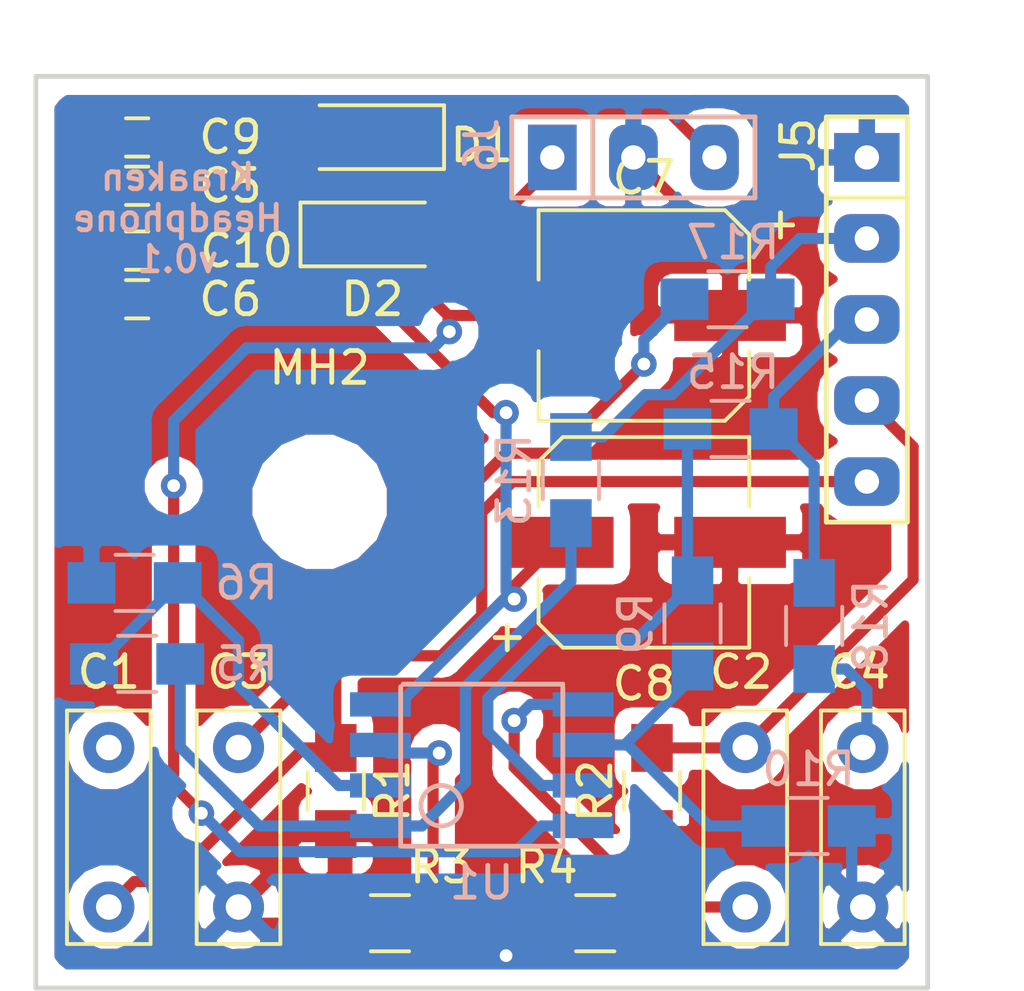
<source format=kicad_pcb>
(kicad_pcb (version 20171130) (host pcbnew "(5.0.0)")

  (general
    (thickness 1.6)
    (drawings 9)
    (tracks 156)
    (zones 0)
    (modules 28)
    (nets 18)
  )

  (page A4)
  (layers
    (0 F.Cu signal)
    (31 B.Cu signal)
    (32 B.Adhes user)
    (33 F.Adhes user)
    (34 B.Paste user)
    (35 F.Paste user)
    (36 B.SilkS user)
    (37 F.SilkS user)
    (38 B.Mask user)
    (39 F.Mask user)
    (40 Dwgs.User user)
    (41 Cmts.User user)
    (42 Eco1.User user)
    (43 Eco2.User user)
    (44 Edge.Cuts user)
    (45 Margin user)
    (46 B.CrtYd user)
    (47 F.CrtYd user)
    (48 B.Fab user)
    (49 F.Fab user)
  )

  (setup
    (last_trace_width 0.35)
    (trace_clearance 0.25)
    (zone_clearance 0.508)
    (zone_45_only no)
    (trace_min 0.2)
    (segment_width 0.2)
    (edge_width 0.15)
    (via_size 0.8)
    (via_drill 0.4)
    (via_min_size 0.4)
    (via_min_drill 0.3)
    (uvia_size 0.3)
    (uvia_drill 0.1)
    (uvias_allowed no)
    (uvia_min_size 0.2)
    (uvia_min_drill 0.1)
    (pcb_text_width 0.3)
    (pcb_text_size 1.5 1.5)
    (mod_edge_width 0.15)
    (mod_text_size 1 1)
    (mod_text_width 0.15)
    (pad_size 1.51 3.01)
    (pad_drill 1)
    (pad_to_mask_clearance 0.2)
    (aux_axis_origin 0 0)
    (visible_elements 7FFFFFFF)
    (pcbplotparams
      (layerselection 0x010fc_ffffffff)
      (usegerberextensions false)
      (usegerberattributes false)
      (usegerberadvancedattributes false)
      (creategerberjobfile false)
      (excludeedgelayer true)
      (linewidth 0.100000)
      (plotframeref false)
      (viasonmask false)
      (mode 1)
      (useauxorigin false)
      (hpglpennumber 1)
      (hpglpenspeed 20)
      (hpglpendiameter 15.000000)
      (psnegative false)
      (psa4output false)
      (plotreference true)
      (plotvalue true)
      (plotinvisibletext false)
      (padsonsilk false)
      (subtractmaskfromsilk false)
      (outputformat 1)
      (mirror false)
      (drillshape 0)
      (scaleselection 1)
      (outputdirectory "Gerbers/"))
  )

  (net 0 "")
  (net 1 "Net-(C1-Pad1)")
  (net 2 "Net-(C2-Pad1)")
  (net 3 GND)
  (net 4 "Net-(C3-Pad2)")
  (net 5 "Net-(C4-Pad2)")
  (net 6 "Net-(D1-Pad1)")
  (net 7 "Net-(D2-Pad2)")
  (net 8 "Net-(R5-Pad2)")
  (net 9 "Net-(R13-Pad2)")
  (net 10 "Net-(R15-Pad2)")
  (net 11 "Net-(R10-Pad2)")
  (net 12 L_IN)
  (net 13 R_IN)
  (net 14 -12V)
  (net 15 +12V)
  (net 16 L_OUT)
  (net 17 R_OUT)

  (net_class Default "This is the default net class."
    (clearance 0.25)
    (trace_width 0.35)
    (via_dia 0.8)
    (via_drill 0.4)
    (uvia_dia 0.3)
    (uvia_drill 0.1)
    (add_net +12V)
    (add_net -12V)
    (add_net GND)
    (add_net L_IN)
    (add_net L_OUT)
    (add_net "Net-(C1-Pad1)")
    (add_net "Net-(C2-Pad1)")
    (add_net "Net-(C3-Pad2)")
    (add_net "Net-(C4-Pad2)")
    (add_net "Net-(D1-Pad1)")
    (add_net "Net-(D2-Pad2)")
    (add_net "Net-(R10-Pad2)")
    (add_net "Net-(R13-Pad2)")
    (add_net "Net-(R15-Pad2)")
    (add_net "Net-(R5-Pad2)")
    (add_net R_IN)
    (add_net R_OUT)
  )

  (module Capacitors_THT:C_Rect_L7.2mm_W2.5mm_P5.00mm_FKS2_FKP2_MKS2_MKP2 (layer F.Cu) (tedit 597BC7C2) (tstamp 5B767772)
    (at 210.566 90.25 270)
    (descr "C, Rect series, Radial, pin pitch=5.00mm, , length*width=7.2*2.5mm^2, Capacitor, http://www.wima.com/EN/WIMA_FKS_2.pdf")
    (tags "C Rect series Radial pin pitch 5.00mm  length 7.2mm width 2.5mm Capacitor")
    (path /5B7406FF)
    (fp_text reference C1 (at -2.366 0) (layer F.SilkS)
      (effects (font (size 1 1) (thickness 0.15)))
    )
    (fp_text value C (at 2.5 2.56 270) (layer F.Fab)
      (effects (font (size 1 1) (thickness 0.15)))
    )
    (fp_text user %R (at 2.5 0 270) (layer F.Fab)
      (effects (font (size 1 1) (thickness 0.15)))
    )
    (fp_line (start 6.45 -1.6) (end -1.45 -1.6) (layer F.CrtYd) (width 0.05))
    (fp_line (start 6.45 1.6) (end 6.45 -1.6) (layer F.CrtYd) (width 0.05))
    (fp_line (start -1.45 1.6) (end 6.45 1.6) (layer F.CrtYd) (width 0.05))
    (fp_line (start -1.45 -1.6) (end -1.45 1.6) (layer F.CrtYd) (width 0.05))
    (fp_line (start 6.16 -1.31) (end 6.16 1.31) (layer F.SilkS) (width 0.12))
    (fp_line (start -1.16 -1.31) (end -1.16 1.31) (layer F.SilkS) (width 0.12))
    (fp_line (start -1.16 1.31) (end 6.16 1.31) (layer F.SilkS) (width 0.12))
    (fp_line (start -1.16 -1.31) (end 6.16 -1.31) (layer F.SilkS) (width 0.12))
    (fp_line (start 6.1 -1.25) (end -1.1 -1.25) (layer F.Fab) (width 0.1))
    (fp_line (start 6.1 1.25) (end 6.1 -1.25) (layer F.Fab) (width 0.1))
    (fp_line (start -1.1 1.25) (end 6.1 1.25) (layer F.Fab) (width 0.1))
    (fp_line (start -1.1 -1.25) (end -1.1 1.25) (layer F.Fab) (width 0.1))
    (pad 2 thru_hole circle (at 5 0 270) (size 1.6 1.6) (drill 0.8) (layers *.Cu *.Mask)
      (net 12 L_IN))
    (pad 1 thru_hole circle (at 0 0 270) (size 1.6 1.6) (drill 0.8) (layers *.Cu *.Mask)
      (net 1 "Net-(C1-Pad1)"))
    (model ${KISYS3DMOD}/Capacitors_THT.3dshapes/C_Rect_L7.2mm_W2.5mm_P5.00mm_FKS2_FKP2_MKS2_MKP2.wrl
      (at (xyz 0 0 0))
      (scale (xyz 1 1 1))
      (rotate (xyz 0 0 0))
    )
  )

  (module Capacitors_THT:C_Rect_L7.2mm_W2.5mm_P5.00mm_FKS2_FKP2_MKS2_MKP2 (layer F.Cu) (tedit 597BC7C2) (tstamp 5B7A7AF5)
    (at 230.505 95.25 90)
    (descr "C, Rect series, Radial, pin pitch=5.00mm, , length*width=7.2*2.5mm^2, Capacitor, http://www.wima.com/EN/WIMA_FKS_2.pdf")
    (tags "C Rect series Radial pin pitch 5.00mm  length 7.2mm width 2.5mm Capacitor")
    (path /5B747914)
    (fp_text reference C2 (at 7.366 -0.127 180) (layer F.SilkS)
      (effects (font (size 1 1) (thickness 0.15)))
    )
    (fp_text value C (at 2.5 2.56 90) (layer F.Fab)
      (effects (font (size 1 1) (thickness 0.15)))
    )
    (fp_text user %R (at 2.54 0 270) (layer F.Fab)
      (effects (font (size 1 1) (thickness 0.15)))
    )
    (fp_line (start 6.45 -1.6) (end -1.45 -1.6) (layer F.CrtYd) (width 0.05))
    (fp_line (start 6.45 1.6) (end 6.45 -1.6) (layer F.CrtYd) (width 0.05))
    (fp_line (start -1.45 1.6) (end 6.45 1.6) (layer F.CrtYd) (width 0.05))
    (fp_line (start -1.45 -1.6) (end -1.45 1.6) (layer F.CrtYd) (width 0.05))
    (fp_line (start 6.16 -1.31) (end 6.16 1.31) (layer F.SilkS) (width 0.12))
    (fp_line (start -1.16 -1.31) (end -1.16 1.31) (layer F.SilkS) (width 0.12))
    (fp_line (start -1.16 1.31) (end 6.16 1.31) (layer F.SilkS) (width 0.12))
    (fp_line (start -1.16 -1.31) (end 6.16 -1.31) (layer F.SilkS) (width 0.12))
    (fp_line (start 6.1 -1.25) (end -1.1 -1.25) (layer F.Fab) (width 0.1))
    (fp_line (start 6.1 1.25) (end 6.1 -1.25) (layer F.Fab) (width 0.1))
    (fp_line (start -1.1 1.25) (end 6.1 1.25) (layer F.Fab) (width 0.1))
    (fp_line (start -1.1 -1.25) (end -1.1 1.25) (layer F.Fab) (width 0.1))
    (pad 2 thru_hole circle (at 5 0 90) (size 1.6 1.6) (drill 0.8) (layers *.Cu *.Mask)
      (net 13 R_IN))
    (pad 1 thru_hole circle (at 0 0 90) (size 1.6 1.6) (drill 0.8) (layers *.Cu *.Mask)
      (net 2 "Net-(C2-Pad1)"))
    (model ${KISYS3DMOD}/Capacitors_THT.3dshapes/C_Rect_L7.2mm_W2.5mm_P5.00mm_FKS2_FKP2_MKS2_MKP2.wrl
      (at (xyz 0 0 0))
      (scale (xyz 1 1 1))
      (rotate (xyz 0 0 0))
    )
  )

  (module Capacitors_THT:C_Rect_L7.2mm_W2.5mm_P5.00mm_FKS2_FKP2_MKS2_MKP2 (layer F.Cu) (tedit 597BC7C2) (tstamp 5B765264)
    (at 214.63 95.25 90)
    (descr "C, Rect series, Radial, pin pitch=5.00mm, , length*width=7.2*2.5mm^2, Capacitor, http://www.wima.com/EN/WIMA_FKS_2.pdf")
    (tags "C Rect series Radial pin pitch 5.00mm  length 7.2mm width 2.5mm Capacitor")
    (path /5B74466F)
    (fp_text reference C3 (at 7.366 0 180) (layer F.SilkS)
      (effects (font (size 1 1) (thickness 0.15)))
    )
    (fp_text value C (at 2.5 2.56 90) (layer F.Fab)
      (effects (font (size 1 1) (thickness 0.15)))
    )
    (fp_line (start -1.1 -1.25) (end -1.1 1.25) (layer F.Fab) (width 0.1))
    (fp_line (start -1.1 1.25) (end 6.1 1.25) (layer F.Fab) (width 0.1))
    (fp_line (start 6.1 1.25) (end 6.1 -1.25) (layer F.Fab) (width 0.1))
    (fp_line (start 6.1 -1.25) (end -1.1 -1.25) (layer F.Fab) (width 0.1))
    (fp_line (start -1.16 -1.31) (end 6.16 -1.31) (layer F.SilkS) (width 0.12))
    (fp_line (start -1.16 1.31) (end 6.16 1.31) (layer F.SilkS) (width 0.12))
    (fp_line (start -1.16 -1.31) (end -1.16 1.31) (layer F.SilkS) (width 0.12))
    (fp_line (start 6.16 -1.31) (end 6.16 1.31) (layer F.SilkS) (width 0.12))
    (fp_line (start -1.45 -1.6) (end -1.45 1.6) (layer F.CrtYd) (width 0.05))
    (fp_line (start -1.45 1.6) (end 6.45 1.6) (layer F.CrtYd) (width 0.05))
    (fp_line (start 6.45 1.6) (end 6.45 -1.6) (layer F.CrtYd) (width 0.05))
    (fp_line (start 6.45 -1.6) (end -1.45 -1.6) (layer F.CrtYd) (width 0.05))
    (fp_text user %R (at 2.5 0 90) (layer F.Fab)
      (effects (font (size 1 1) (thickness 0.15)))
    )
    (pad 1 thru_hole circle (at 0 0 90) (size 1.6 1.6) (drill 0.8) (layers *.Cu *.Mask)
      (net 3 GND))
    (pad 2 thru_hole circle (at 5 0 90) (size 1.6 1.6) (drill 0.8) (layers *.Cu *.Mask)
      (net 4 "Net-(C3-Pad2)"))
    (model ${KISYS3DMOD}/Capacitors_THT.3dshapes/C_Rect_L7.2mm_W2.5mm_P5.00mm_FKS2_FKP2_MKS2_MKP2.wrl
      (at (xyz 0 0 0))
      (scale (xyz 1 1 1))
      (rotate (xyz 0 0 0))
    )
  )

  (module Capacitors_THT:C_Rect_L7.2mm_W2.5mm_P5.00mm_FKS2_FKP2_MKS2_MKP2 (layer F.Cu) (tedit 597BC7C2) (tstamp 5B76529A)
    (at 234.188 95.25 90)
    (descr "C, Rect series, Radial, pin pitch=5.00mm, , length*width=7.2*2.5mm^2, Capacitor, http://www.wima.com/EN/WIMA_FKS_2.pdf")
    (tags "C Rect series Radial pin pitch 5.00mm  length 7.2mm width 2.5mm Capacitor")
    (path /5B747998)
    (fp_text reference C4 (at 7.366 -0.127 180) (layer F.SilkS)
      (effects (font (size 1 1) (thickness 0.15)))
    )
    (fp_text value C (at 2.5 2.56 90) (layer F.Fab)
      (effects (font (size 1 1) (thickness 0.15)))
    )
    (fp_line (start -1.1 -1.25) (end -1.1 1.25) (layer F.Fab) (width 0.1))
    (fp_line (start -1.1 1.25) (end 6.1 1.25) (layer F.Fab) (width 0.1))
    (fp_line (start 6.1 1.25) (end 6.1 -1.25) (layer F.Fab) (width 0.1))
    (fp_line (start 6.1 -1.25) (end -1.1 -1.25) (layer F.Fab) (width 0.1))
    (fp_line (start -1.16 -1.31) (end 6.16 -1.31) (layer F.SilkS) (width 0.12))
    (fp_line (start -1.16 1.31) (end 6.16 1.31) (layer F.SilkS) (width 0.12))
    (fp_line (start -1.16 -1.31) (end -1.16 1.31) (layer F.SilkS) (width 0.12))
    (fp_line (start 6.16 -1.31) (end 6.16 1.31) (layer F.SilkS) (width 0.12))
    (fp_line (start -1.45 -1.6) (end -1.45 1.6) (layer F.CrtYd) (width 0.05))
    (fp_line (start -1.45 1.6) (end 6.45 1.6) (layer F.CrtYd) (width 0.05))
    (fp_line (start 6.45 1.6) (end 6.45 -1.6) (layer F.CrtYd) (width 0.05))
    (fp_line (start 6.45 -1.6) (end -1.45 -1.6) (layer F.CrtYd) (width 0.05))
    (fp_text user %R (at 2.5 0 90) (layer F.Fab)
      (effects (font (size 1 1) (thickness 0.15)))
    )
    (pad 1 thru_hole circle (at 0 0 90) (size 1.6 1.6) (drill 0.8) (layers *.Cu *.Mask)
      (net 3 GND))
    (pad 2 thru_hole circle (at 5 0 90) (size 1.6 1.6) (drill 0.8) (layers *.Cu *.Mask)
      (net 5 "Net-(C4-Pad2)"))
    (model ${KISYS3DMOD}/Capacitors_THT.3dshapes/C_Rect_L7.2mm_W2.5mm_P5.00mm_FKS2_FKP2_MKS2_MKP2.wrl
      (at (xyz 0 0 0))
      (scale (xyz 1 1 1))
      (rotate (xyz 0 0 0))
    )
  )

  (module Capacitors_SMD:C_0603_HandSoldering (layer F.Cu) (tedit 58AA848B) (tstamp 5B76CCB5)
    (at 211.455 72.644)
    (descr "Capacitor SMD 0603, hand soldering")
    (tags "capacitor 0603")
    (path /5B749E34)
    (attr smd)
    (fp_text reference C5 (at 2.921 0) (layer F.SilkS)
      (effects (font (size 1 1) (thickness 0.15)))
    )
    (fp_text value C (at 0 1.5) (layer F.Fab)
      (effects (font (size 1 1) (thickness 0.15)))
    )
    (fp_line (start 1.8 0.65) (end -1.8 0.65) (layer F.CrtYd) (width 0.05))
    (fp_line (start 1.8 0.65) (end 1.8 -0.65) (layer F.CrtYd) (width 0.05))
    (fp_line (start -1.8 -0.65) (end -1.8 0.65) (layer F.CrtYd) (width 0.05))
    (fp_line (start -1.8 -0.65) (end 1.8 -0.65) (layer F.CrtYd) (width 0.05))
    (fp_line (start 0.35 0.6) (end -0.35 0.6) (layer F.SilkS) (width 0.12))
    (fp_line (start -0.35 -0.6) (end 0.35 -0.6) (layer F.SilkS) (width 0.12))
    (fp_line (start -0.8 -0.4) (end 0.8 -0.4) (layer F.Fab) (width 0.1))
    (fp_line (start 0.8 -0.4) (end 0.8 0.4) (layer F.Fab) (width 0.1))
    (fp_line (start 0.8 0.4) (end -0.8 0.4) (layer F.Fab) (width 0.1))
    (fp_line (start -0.8 0.4) (end -0.8 -0.4) (layer F.Fab) (width 0.1))
    (fp_text user %R (at 2.921 0) (layer F.Fab)
      (effects (font (size 1 1) (thickness 0.15)))
    )
    (pad 2 smd rect (at 0.95 0) (size 1.2 0.75) (layers F.Cu F.Paste F.Mask)
      (net 14 -12V))
    (pad 1 smd rect (at -0.95 0) (size 1.2 0.75) (layers F.Cu F.Paste F.Mask)
      (net 3 GND))
    (model Capacitors_SMD.3dshapes/C_0603.wrl
      (at (xyz 0 0 0))
      (scale (xyz 1 1 1))
      (rotate (xyz 0 0 0))
    )
  )

  (module Capacitors_SMD:C_0603_HandSoldering (layer F.Cu) (tedit 58AA848B) (tstamp 5B765202)
    (at 211.455 76.2 180)
    (descr "Capacitor SMD 0603, hand soldering")
    (tags "capacitor 0603")
    (path /5B74A050)
    (attr smd)
    (fp_text reference C6 (at -2.921 0 180) (layer F.SilkS)
      (effects (font (size 1 1) (thickness 0.15)))
    )
    (fp_text value C (at 0 1.5 180) (layer F.Fab)
      (effects (font (size 1 1) (thickness 0.15)))
    )
    (fp_text user %R (at -2.921 0 180) (layer F.Fab)
      (effects (font (size 1 1) (thickness 0.15)))
    )
    (fp_line (start -0.8 0.4) (end -0.8 -0.4) (layer F.Fab) (width 0.1))
    (fp_line (start 0.8 0.4) (end -0.8 0.4) (layer F.Fab) (width 0.1))
    (fp_line (start 0.8 -0.4) (end 0.8 0.4) (layer F.Fab) (width 0.1))
    (fp_line (start -0.8 -0.4) (end 0.8 -0.4) (layer F.Fab) (width 0.1))
    (fp_line (start -0.35 -0.6) (end 0.35 -0.6) (layer F.SilkS) (width 0.12))
    (fp_line (start 0.35 0.6) (end -0.35 0.6) (layer F.SilkS) (width 0.12))
    (fp_line (start -1.8 -0.65) (end 1.8 -0.65) (layer F.CrtYd) (width 0.05))
    (fp_line (start -1.8 -0.65) (end -1.8 0.65) (layer F.CrtYd) (width 0.05))
    (fp_line (start 1.8 0.65) (end 1.8 -0.65) (layer F.CrtYd) (width 0.05))
    (fp_line (start 1.8 0.65) (end -1.8 0.65) (layer F.CrtYd) (width 0.05))
    (pad 1 smd rect (at -0.95 0 180) (size 1.2 0.75) (layers F.Cu F.Paste F.Mask)
      (net 15 +12V))
    (pad 2 smd rect (at 0.95 0 180) (size 1.2 0.75) (layers F.Cu F.Paste F.Mask)
      (net 3 GND))
    (model Capacitors_SMD.3dshapes/C_0603.wrl
      (at (xyz 0 0 0))
      (scale (xyz 1 1 1))
      (rotate (xyz 0 0 0))
    )
  )

  (module Capacitors_SMD:CP_Elec_6.3x7.7 (layer F.Cu) (tedit 58AA8B76) (tstamp 5B799B56)
    (at 227.33 76.708 180)
    (descr "SMT capacitor, aluminium electrolytic, 6.3x7.7")
    (path /5B74CC4C)
    (attr smd)
    (fp_text reference C7 (at 0 4.318 180) (layer F.SilkS)
      (effects (font (size 1 1) (thickness 0.15)))
    )
    (fp_text value CP (at 0 -4.43 180) (layer F.Fab)
      (effects (font (size 1 1) (thickness 0.15)))
    )
    (fp_line (start 4.7 3.4) (end -4.7 3.4) (layer F.CrtYd) (width 0.05))
    (fp_line (start 4.7 3.4) (end 4.7 -3.4) (layer F.CrtYd) (width 0.05))
    (fp_line (start -4.7 -3.4) (end -4.7 3.4) (layer F.CrtYd) (width 0.05))
    (fp_line (start -4.7 -3.4) (end 4.7 -3.4) (layer F.CrtYd) (width 0.05))
    (fp_line (start -2.54 -3.3) (end 3.3 -3.3) (layer F.SilkS) (width 0.12))
    (fp_line (start -3.3 -2.54) (end -2.54 -3.3) (layer F.SilkS) (width 0.12))
    (fp_line (start -2.54 3.3) (end -3.3 2.54) (layer F.SilkS) (width 0.12))
    (fp_line (start 3.3 3.3) (end -2.54 3.3) (layer F.SilkS) (width 0.12))
    (fp_line (start -3.3 -2.54) (end -3.3 -1.12) (layer F.SilkS) (width 0.12))
    (fp_line (start 3.3 -3.3) (end 3.3 -1.12) (layer F.SilkS) (width 0.12))
    (fp_line (start 3.3 3.3) (end 3.3 1.12) (layer F.SilkS) (width 0.12))
    (fp_line (start -3.3 2.54) (end -3.3 1.12) (layer F.SilkS) (width 0.12))
    (fp_line (start 3.15 -3.15) (end -2.48 -3.15) (layer F.Fab) (width 0.1))
    (fp_line (start -2.48 -3.15) (end -3.15 -2.48) (layer F.Fab) (width 0.1))
    (fp_line (start -3.15 -2.48) (end -3.15 2.48) (layer F.Fab) (width 0.1))
    (fp_line (start -3.15 2.48) (end -2.48 3.15) (layer F.Fab) (width 0.1))
    (fp_line (start -2.48 3.15) (end 3.15 3.15) (layer F.Fab) (width 0.1))
    (fp_line (start 3.15 3.15) (end 3.15 -3.15) (layer F.Fab) (width 0.1))
    (fp_text user %R (at 0 1.778 180) (layer F.Fab)
      (effects (font (size 1 1) (thickness 0.15)))
    )
    (fp_text user + (at -4.28 2.91 180) (layer F.SilkS)
      (effects (font (size 1 1) (thickness 0.15)))
    )
    (fp_text user + (at -1.73 -0.08 180) (layer F.Fab)
      (effects (font (size 1 1) (thickness 0.15)))
    )
    (fp_circle (center 0 0) (end 0.5 3) (layer F.Fab) (width 0.1))
    (pad 2 smd rect (at 2.7 0) (size 3.5 1.6) (layers F.Cu F.Paste F.Mask)
      (net 14 -12V))
    (pad 1 smd rect (at -2.7 0) (size 3.5 1.6) (layers F.Cu F.Paste F.Mask)
      (net 3 GND))
    (model Capacitors_SMD.3dshapes/CP_Elec_6.3x7.7.wrl
      (at (xyz 0 0 0))
      (scale (xyz 1 1 1))
      (rotate (xyz 0 0 180))
    )
  )

  (module Capacitors_SMD:CP_Elec_6.3x7.7 (layer F.Cu) (tedit 58AA8B76) (tstamp 5B7656C0)
    (at 227.33 83.82)
    (descr "SMT capacitor, aluminium electrolytic, 6.3x7.7")
    (path /5B74A0E4)
    (attr smd)
    (fp_text reference C8 (at 0 4.43) (layer F.SilkS)
      (effects (font (size 1 1) (thickness 0.15)))
    )
    (fp_text value CP (at 0 -4.43) (layer F.Fab)
      (effects (font (size 1 1) (thickness 0.15)))
    )
    (fp_circle (center 0 0) (end 0.5 3) (layer F.Fab) (width 0.1))
    (fp_text user + (at -1.73 -0.08) (layer F.Fab)
      (effects (font (size 1 1) (thickness 0.15)))
    )
    (fp_text user + (at -4.28 2.91) (layer F.SilkS)
      (effects (font (size 1 1) (thickness 0.15)))
    )
    (fp_text user %R (at 0 -1.778) (layer F.Fab)
      (effects (font (size 1 1) (thickness 0.15)))
    )
    (fp_line (start 3.15 3.15) (end 3.15 -3.15) (layer F.Fab) (width 0.1))
    (fp_line (start -2.48 3.15) (end 3.15 3.15) (layer F.Fab) (width 0.1))
    (fp_line (start -3.15 2.48) (end -2.48 3.15) (layer F.Fab) (width 0.1))
    (fp_line (start -3.15 -2.48) (end -3.15 2.48) (layer F.Fab) (width 0.1))
    (fp_line (start -2.48 -3.15) (end -3.15 -2.48) (layer F.Fab) (width 0.1))
    (fp_line (start 3.15 -3.15) (end -2.48 -3.15) (layer F.Fab) (width 0.1))
    (fp_line (start -3.3 2.54) (end -3.3 1.12) (layer F.SilkS) (width 0.12))
    (fp_line (start 3.3 3.3) (end 3.3 1.12) (layer F.SilkS) (width 0.12))
    (fp_line (start 3.3 -3.3) (end 3.3 -1.12) (layer F.SilkS) (width 0.12))
    (fp_line (start -3.3 -2.54) (end -3.3 -1.12) (layer F.SilkS) (width 0.12))
    (fp_line (start 3.3 3.3) (end -2.54 3.3) (layer F.SilkS) (width 0.12))
    (fp_line (start -2.54 3.3) (end -3.3 2.54) (layer F.SilkS) (width 0.12))
    (fp_line (start -3.3 -2.54) (end -2.54 -3.3) (layer F.SilkS) (width 0.12))
    (fp_line (start -2.54 -3.3) (end 3.3 -3.3) (layer F.SilkS) (width 0.12))
    (fp_line (start -4.7 -3.4) (end 4.7 -3.4) (layer F.CrtYd) (width 0.05))
    (fp_line (start -4.7 -3.4) (end -4.7 3.4) (layer F.CrtYd) (width 0.05))
    (fp_line (start 4.7 3.4) (end 4.7 -3.4) (layer F.CrtYd) (width 0.05))
    (fp_line (start 4.7 3.4) (end -4.7 3.4) (layer F.CrtYd) (width 0.05))
    (pad 1 smd rect (at -2.7 0 180) (size 3.5 1.6) (layers F.Cu F.Paste F.Mask)
      (net 15 +12V))
    (pad 2 smd rect (at 2.7 0 180) (size 3.5 1.6) (layers F.Cu F.Paste F.Mask)
      (net 3 GND))
    (model Capacitors_SMD.3dshapes/CP_Elec_6.3x7.7.wrl
      (at (xyz 0 0 0))
      (scale (xyz 1 1 1))
      (rotate (xyz 0 0 180))
    )
  )

  (module Capacitors_SMD:C_0603_HandSoldering (layer F.Cu) (tedit 58AA848B) (tstamp 5B765109)
    (at 211.455 71.128)
    (descr "Capacitor SMD 0603, hand soldering")
    (tags "capacitor 0603")
    (path /5B74C8EB)
    (attr smd)
    (fp_text reference C9 (at 2.921 -0.008) (layer F.SilkS)
      (effects (font (size 1 1) (thickness 0.15)))
    )
    (fp_text value C (at 0 1.5) (layer F.Fab)
      (effects (font (size 1 1) (thickness 0.15)))
    )
    (fp_line (start 1.8 0.65) (end -1.8 0.65) (layer F.CrtYd) (width 0.05))
    (fp_line (start 1.8 0.65) (end 1.8 -0.65) (layer F.CrtYd) (width 0.05))
    (fp_line (start -1.8 -0.65) (end -1.8 0.65) (layer F.CrtYd) (width 0.05))
    (fp_line (start -1.8 -0.65) (end 1.8 -0.65) (layer F.CrtYd) (width 0.05))
    (fp_line (start 0.35 0.6) (end -0.35 0.6) (layer F.SilkS) (width 0.12))
    (fp_line (start -0.35 -0.6) (end 0.35 -0.6) (layer F.SilkS) (width 0.12))
    (fp_line (start -0.8 -0.4) (end 0.8 -0.4) (layer F.Fab) (width 0.1))
    (fp_line (start 0.8 -0.4) (end 0.8 0.4) (layer F.Fab) (width 0.1))
    (fp_line (start 0.8 0.4) (end -0.8 0.4) (layer F.Fab) (width 0.1))
    (fp_line (start -0.8 0.4) (end -0.8 -0.4) (layer F.Fab) (width 0.1))
    (fp_text user %R (at 2.921 -0.008) (layer F.Fab)
      (effects (font (size 1 1) (thickness 0.15)))
    )
    (pad 2 smd rect (at 0.95 0) (size 1.2 0.75) (layers F.Cu F.Paste F.Mask)
      (net 14 -12V))
    (pad 1 smd rect (at -0.95 0) (size 1.2 0.75) (layers F.Cu F.Paste F.Mask)
      (net 3 GND))
    (model Capacitors_SMD.3dshapes/C_0603.wrl
      (at (xyz 0 0 0))
      (scale (xyz 1 1 1))
      (rotate (xyz 0 0 0))
    )
  )

  (module Capacitors_SMD:C_0603_HandSoldering (layer F.Cu) (tedit 58AA848B) (tstamp 5B765139)
    (at 211.455 74.676 180)
    (descr "Capacitor SMD 0603, hand soldering")
    (tags "capacitor 0603")
    (path /5B74CB57)
    (attr smd)
    (fp_text reference C10 (at -3.429 0 180) (layer F.SilkS)
      (effects (font (size 1 1) (thickness 0.15)))
    )
    (fp_text value C (at 0 1.5 180) (layer F.Fab)
      (effects (font (size 1 1) (thickness 0.15)))
    )
    (fp_text user %R (at -3.429 0 180) (layer F.Fab)
      (effects (font (size 1 1) (thickness 0.15)))
    )
    (fp_line (start -0.8 0.4) (end -0.8 -0.4) (layer F.Fab) (width 0.1))
    (fp_line (start 0.8 0.4) (end -0.8 0.4) (layer F.Fab) (width 0.1))
    (fp_line (start 0.8 -0.4) (end 0.8 0.4) (layer F.Fab) (width 0.1))
    (fp_line (start -0.8 -0.4) (end 0.8 -0.4) (layer F.Fab) (width 0.1))
    (fp_line (start -0.35 -0.6) (end 0.35 -0.6) (layer F.SilkS) (width 0.12))
    (fp_line (start 0.35 0.6) (end -0.35 0.6) (layer F.SilkS) (width 0.12))
    (fp_line (start -1.8 -0.65) (end 1.8 -0.65) (layer F.CrtYd) (width 0.05))
    (fp_line (start -1.8 -0.65) (end -1.8 0.65) (layer F.CrtYd) (width 0.05))
    (fp_line (start 1.8 0.65) (end 1.8 -0.65) (layer F.CrtYd) (width 0.05))
    (fp_line (start 1.8 0.65) (end -1.8 0.65) (layer F.CrtYd) (width 0.05))
    (pad 1 smd rect (at -0.95 0 180) (size 1.2 0.75) (layers F.Cu F.Paste F.Mask)
      (net 15 +12V))
    (pad 2 smd rect (at 0.95 0 180) (size 1.2 0.75) (layers F.Cu F.Paste F.Mask)
      (net 3 GND))
    (model Capacitors_SMD.3dshapes/C_0603.wrl
      (at (xyz 0 0 0))
      (scale (xyz 1 1 1))
      (rotate (xyz 0 0 0))
    )
  )

  (module Diodes_SMD:D_SOD-123 (layer F.Cu) (tedit 58645DC7) (tstamp 5B7650C9)
    (at 218.82 71.12 180)
    (descr SOD-123)
    (tags SOD-123)
    (path /5B757D2D)
    (attr smd)
    (fp_text reference D1 (at -3.43 -0.254 180) (layer F.SilkS)
      (effects (font (size 1 1) (thickness 0.15)))
    )
    (fp_text value 1N5817 (at 0 2.1 180) (layer F.Fab)
      (effects (font (size 1 1) (thickness 0.15)))
    )
    (fp_text user %R (at -3.43 -0.254 180) (layer F.Fab)
      (effects (font (size 1 1) (thickness 0.15)))
    )
    (fp_line (start -2.25 -1) (end -2.25 1) (layer F.SilkS) (width 0.12))
    (fp_line (start 0.25 0) (end 0.75 0) (layer F.Fab) (width 0.1))
    (fp_line (start 0.25 0.4) (end -0.35 0) (layer F.Fab) (width 0.1))
    (fp_line (start 0.25 -0.4) (end 0.25 0.4) (layer F.Fab) (width 0.1))
    (fp_line (start -0.35 0) (end 0.25 -0.4) (layer F.Fab) (width 0.1))
    (fp_line (start -0.35 0) (end -0.35 0.55) (layer F.Fab) (width 0.1))
    (fp_line (start -0.35 0) (end -0.35 -0.55) (layer F.Fab) (width 0.1))
    (fp_line (start -0.75 0) (end -0.35 0) (layer F.Fab) (width 0.1))
    (fp_line (start -1.4 0.9) (end -1.4 -0.9) (layer F.Fab) (width 0.1))
    (fp_line (start 1.4 0.9) (end -1.4 0.9) (layer F.Fab) (width 0.1))
    (fp_line (start 1.4 -0.9) (end 1.4 0.9) (layer F.Fab) (width 0.1))
    (fp_line (start -1.4 -0.9) (end 1.4 -0.9) (layer F.Fab) (width 0.1))
    (fp_line (start -2.35 -1.15) (end 2.35 -1.15) (layer F.CrtYd) (width 0.05))
    (fp_line (start 2.35 -1.15) (end 2.35 1.15) (layer F.CrtYd) (width 0.05))
    (fp_line (start 2.35 1.15) (end -2.35 1.15) (layer F.CrtYd) (width 0.05))
    (fp_line (start -2.35 -1.15) (end -2.35 1.15) (layer F.CrtYd) (width 0.05))
    (fp_line (start -2.25 1) (end 1.65 1) (layer F.SilkS) (width 0.12))
    (fp_line (start -2.25 -1) (end 1.65 -1) (layer F.SilkS) (width 0.12))
    (pad 1 smd rect (at -1.65 0 180) (size 0.9 1.2) (layers F.Cu F.Paste F.Mask)
      (net 6 "Net-(D1-Pad1)"))
    (pad 2 smd rect (at 1.65 0 180) (size 0.9 1.2) (layers F.Cu F.Paste F.Mask)
      (net 14 -12V))
    (model ${KISYS3DMOD}/Diodes_SMD.3dshapes/D_SOD-123.wrl
      (at (xyz 0 0 0))
      (scale (xyz 1 1 1))
      (rotate (xyz 0 0 0))
    )
  )

  (module Diodes_SMD:D_SOD-123 (layer F.Cu) (tedit 58645DC7) (tstamp 5B765171)
    (at 218.82 74.168)
    (descr SOD-123)
    (tags SOD-123)
    (path /5B757E30)
    (attr smd)
    (fp_text reference D2 (at 0 2.032) (layer F.SilkS)
      (effects (font (size 1 1) (thickness 0.15)))
    )
    (fp_text value 1N5817 (at 0 2.1) (layer F.Fab)
      (effects (font (size 1 1) (thickness 0.15)))
    )
    (fp_line (start -2.25 -1) (end 1.65 -1) (layer F.SilkS) (width 0.12))
    (fp_line (start -2.25 1) (end 1.65 1) (layer F.SilkS) (width 0.12))
    (fp_line (start -2.35 -1.15) (end -2.35 1.15) (layer F.CrtYd) (width 0.05))
    (fp_line (start 2.35 1.15) (end -2.35 1.15) (layer F.CrtYd) (width 0.05))
    (fp_line (start 2.35 -1.15) (end 2.35 1.15) (layer F.CrtYd) (width 0.05))
    (fp_line (start -2.35 -1.15) (end 2.35 -1.15) (layer F.CrtYd) (width 0.05))
    (fp_line (start -1.4 -0.9) (end 1.4 -0.9) (layer F.Fab) (width 0.1))
    (fp_line (start 1.4 -0.9) (end 1.4 0.9) (layer F.Fab) (width 0.1))
    (fp_line (start 1.4 0.9) (end -1.4 0.9) (layer F.Fab) (width 0.1))
    (fp_line (start -1.4 0.9) (end -1.4 -0.9) (layer F.Fab) (width 0.1))
    (fp_line (start -0.75 0) (end -0.35 0) (layer F.Fab) (width 0.1))
    (fp_line (start -0.35 0) (end -0.35 -0.55) (layer F.Fab) (width 0.1))
    (fp_line (start -0.35 0) (end -0.35 0.55) (layer F.Fab) (width 0.1))
    (fp_line (start -0.35 0) (end 0.25 -0.4) (layer F.Fab) (width 0.1))
    (fp_line (start 0.25 -0.4) (end 0.25 0.4) (layer F.Fab) (width 0.1))
    (fp_line (start 0.25 0.4) (end -0.35 0) (layer F.Fab) (width 0.1))
    (fp_line (start 0.25 0) (end 0.75 0) (layer F.Fab) (width 0.1))
    (fp_line (start -2.25 -1) (end -2.25 1) (layer F.SilkS) (width 0.12))
    (fp_text user %R (at 0 2.032) (layer F.Fab)
      (effects (font (size 1 1) (thickness 0.15)))
    )
    (pad 2 smd rect (at 1.65 0) (size 0.9 1.2) (layers F.Cu F.Paste F.Mask)
      (net 7 "Net-(D2-Pad2)"))
    (pad 1 smd rect (at -1.65 0) (size 0.9 1.2) (layers F.Cu F.Paste F.Mask)
      (net 15 +12V))
    (model ${KISYS3DMOD}/Diodes_SMD.3dshapes/D_SOD-123.wrl
      (at (xyz 0 0 0))
      (scale (xyz 1 1 1))
      (rotate (xyz 0 0 0))
    )
  )

  (module Resistors_SMD:R_0805_HandSoldering (layer F.Cu) (tedit 58E0A804) (tstamp 5B7654D5)
    (at 217.678 91.614 270)
    (descr "Resistor SMD 0805, hand soldering")
    (tags "resistor 0805")
    (path /5B74065C)
    (attr smd)
    (fp_text reference R1 (at 0 -1.778 270) (layer F.SilkS)
      (effects (font (size 1 1) (thickness 0.15)))
    )
    (fp_text value R (at 0 1.75 270) (layer F.Fab)
      (effects (font (size 1 1) (thickness 0.15)))
    )
    (fp_text user %R (at 0 0 270) (layer F.Fab)
      (effects (font (size 0.5 0.5) (thickness 0.075)))
    )
    (fp_line (start -1 0.62) (end -1 -0.62) (layer F.Fab) (width 0.1))
    (fp_line (start 1 0.62) (end -1 0.62) (layer F.Fab) (width 0.1))
    (fp_line (start 1 -0.62) (end 1 0.62) (layer F.Fab) (width 0.1))
    (fp_line (start -1 -0.62) (end 1 -0.62) (layer F.Fab) (width 0.1))
    (fp_line (start 0.6 0.88) (end -0.6 0.88) (layer F.SilkS) (width 0.12))
    (fp_line (start -0.6 -0.88) (end 0.6 -0.88) (layer F.SilkS) (width 0.12))
    (fp_line (start -2.35 -0.9) (end 2.35 -0.9) (layer F.CrtYd) (width 0.05))
    (fp_line (start -2.35 -0.9) (end -2.35 0.9) (layer F.CrtYd) (width 0.05))
    (fp_line (start 2.35 0.9) (end 2.35 -0.9) (layer F.CrtYd) (width 0.05))
    (fp_line (start 2.35 0.9) (end -2.35 0.9) (layer F.CrtYd) (width 0.05))
    (pad 1 smd rect (at -1.35 0 270) (size 1.5 1.3) (layers F.Cu F.Paste F.Mask)
      (net 12 L_IN))
    (pad 2 smd rect (at 1.35 0 270) (size 1.5 1.3) (layers F.Cu F.Paste F.Mask)
      (net 3 GND))
    (model ${KISYS3DMOD}/Resistors_SMD.3dshapes/R_0805.wrl
      (at (xyz 0 0 0))
      (scale (xyz 1 1 1))
      (rotate (xyz 0 0 0))
    )
  )

  (module Resistors_SMD:R_0805_HandSoldering (layer F.Cu) (tedit 58E0A804) (tstamp 5B765535)
    (at 227.584 91.614 270)
    (descr "Resistor SMD 0805, hand soldering")
    (tags "resistor 0805")
    (path /5B74790C)
    (attr smd)
    (fp_text reference R2 (at 0 1.778 270) (layer F.SilkS)
      (effects (font (size 1 1) (thickness 0.15)))
    )
    (fp_text value R (at 0 1.75 270) (layer F.Fab)
      (effects (font (size 1 1) (thickness 0.15)))
    )
    (fp_line (start 2.35 0.9) (end -2.35 0.9) (layer F.CrtYd) (width 0.05))
    (fp_line (start 2.35 0.9) (end 2.35 -0.9) (layer F.CrtYd) (width 0.05))
    (fp_line (start -2.35 -0.9) (end -2.35 0.9) (layer F.CrtYd) (width 0.05))
    (fp_line (start -2.35 -0.9) (end 2.35 -0.9) (layer F.CrtYd) (width 0.05))
    (fp_line (start -0.6 -0.88) (end 0.6 -0.88) (layer F.SilkS) (width 0.12))
    (fp_line (start 0.6 0.88) (end -0.6 0.88) (layer F.SilkS) (width 0.12))
    (fp_line (start -1 -0.62) (end 1 -0.62) (layer F.Fab) (width 0.1))
    (fp_line (start 1 -0.62) (end 1 0.62) (layer F.Fab) (width 0.1))
    (fp_line (start 1 0.62) (end -1 0.62) (layer F.Fab) (width 0.1))
    (fp_line (start -1 0.62) (end -1 -0.62) (layer F.Fab) (width 0.1))
    (fp_text user %R (at 0 0 270) (layer F.Fab)
      (effects (font (size 0.5 0.5) (thickness 0.075)))
    )
    (pad 2 smd rect (at 1.35 0 270) (size 1.5 1.3) (layers F.Cu F.Paste F.Mask)
      (net 3 GND))
    (pad 1 smd rect (at -1.35 0 270) (size 1.5 1.3) (layers F.Cu F.Paste F.Mask)
      (net 13 R_IN))
    (model ${KISYS3DMOD}/Resistors_SMD.3dshapes/R_0805.wrl
      (at (xyz 0 0 0))
      (scale (xyz 1 1 1))
      (rotate (xyz 0 0 0))
    )
  )

  (module Resistors_SMD:R_0805_HandSoldering (layer F.Cu) (tedit 58E0A804) (tstamp 5B7653E5)
    (at 219.376 95.758 180)
    (descr "Resistor SMD 0805, hand soldering")
    (tags "resistor 0805")
    (path /5B74077D)
    (attr smd)
    (fp_text reference R3 (at -1.604 1.778 180) (layer F.SilkS)
      (effects (font (size 1 1) (thickness 0.15)))
    )
    (fp_text value R (at 0 1.75 180) (layer F.Fab)
      (effects (font (size 1 1) (thickness 0.15)))
    )
    (fp_text user %R (at 0 0 180) (layer F.Fab)
      (effects (font (size 0.5 0.5) (thickness 0.075)))
    )
    (fp_line (start -1 0.62) (end -1 -0.62) (layer F.Fab) (width 0.1))
    (fp_line (start 1 0.62) (end -1 0.62) (layer F.Fab) (width 0.1))
    (fp_line (start 1 -0.62) (end 1 0.62) (layer F.Fab) (width 0.1))
    (fp_line (start -1 -0.62) (end 1 -0.62) (layer F.Fab) (width 0.1))
    (fp_line (start 0.6 0.88) (end -0.6 0.88) (layer F.SilkS) (width 0.12))
    (fp_line (start -0.6 -0.88) (end 0.6 -0.88) (layer F.SilkS) (width 0.12))
    (fp_line (start -2.35 -0.9) (end 2.35 -0.9) (layer F.CrtYd) (width 0.05))
    (fp_line (start -2.35 -0.9) (end -2.35 0.9) (layer F.CrtYd) (width 0.05))
    (fp_line (start 2.35 0.9) (end 2.35 -0.9) (layer F.CrtYd) (width 0.05))
    (fp_line (start 2.35 0.9) (end -2.35 0.9) (layer F.CrtYd) (width 0.05))
    (pad 1 smd rect (at -1.35 0 180) (size 1.5 1.3) (layers F.Cu F.Paste F.Mask)
      (net 1 "Net-(C1-Pad1)"))
    (pad 2 smd rect (at 1.35 0 180) (size 1.5 1.3) (layers F.Cu F.Paste F.Mask)
      (net 3 GND))
    (model ${KISYS3DMOD}/Resistors_SMD.3dshapes/R_0805.wrl
      (at (xyz 0 0 0))
      (scale (xyz 1 1 1))
      (rotate (xyz 0 0 0))
    )
  )

  (module Resistors_SMD:R_0805_HandSoldering (layer F.Cu) (tedit 58E0A804) (tstamp 5B765385)
    (at 225.806 95.758 180)
    (descr "Resistor SMD 0805, hand soldering")
    (tags "resistor 0805")
    (path /5B74791C)
    (attr smd)
    (fp_text reference R4 (at 1.524 1.778 180) (layer F.SilkS)
      (effects (font (size 1 1) (thickness 0.15)))
    )
    (fp_text value R (at 0 1.75 180) (layer F.Fab)
      (effects (font (size 1 1) (thickness 0.15)))
    )
    (fp_line (start 2.35 0.9) (end -2.35 0.9) (layer F.CrtYd) (width 0.05))
    (fp_line (start 2.35 0.9) (end 2.35 -0.9) (layer F.CrtYd) (width 0.05))
    (fp_line (start -2.35 -0.9) (end -2.35 0.9) (layer F.CrtYd) (width 0.05))
    (fp_line (start -2.35 -0.9) (end 2.35 -0.9) (layer F.CrtYd) (width 0.05))
    (fp_line (start -0.6 -0.88) (end 0.6 -0.88) (layer F.SilkS) (width 0.12))
    (fp_line (start 0.6 0.88) (end -0.6 0.88) (layer F.SilkS) (width 0.12))
    (fp_line (start -1 -0.62) (end 1 -0.62) (layer F.Fab) (width 0.1))
    (fp_line (start 1 -0.62) (end 1 0.62) (layer F.Fab) (width 0.1))
    (fp_line (start 1 0.62) (end -1 0.62) (layer F.Fab) (width 0.1))
    (fp_line (start -1 0.62) (end -1 -0.62) (layer F.Fab) (width 0.1))
    (fp_text user %R (at 0 0 180) (layer F.Fab)
      (effects (font (size 0.5 0.5) (thickness 0.075)))
    )
    (pad 2 smd rect (at 1.35 0 180) (size 1.5 1.3) (layers F.Cu F.Paste F.Mask)
      (net 3 GND))
    (pad 1 smd rect (at -1.35 0 180) (size 1.5 1.3) (layers F.Cu F.Paste F.Mask)
      (net 2 "Net-(C2-Pad1)"))
    (model ${KISYS3DMOD}/Resistors_SMD.3dshapes/R_0805.wrl
      (at (xyz 0 0 0))
      (scale (xyz 1 1 1))
      (rotate (xyz 0 0 0))
    )
  )

  (module Resistors_SMD:R_0805_HandSoldering (layer B.Cu) (tedit 58E0A804) (tstamp 5B7654A5)
    (at 211.455 87.63 180)
    (descr "Resistor SMD 0805, hand soldering")
    (tags "resistor 0805")
    (path /5B740B44)
    (attr smd)
    (fp_text reference R5 (at -3.429 0 180) (layer B.SilkS)
      (effects (font (size 1 1) (thickness 0.15)) (justify mirror))
    )
    (fp_text value R (at 0 -1.75 180) (layer B.Fab)
      (effects (font (size 1 1) (thickness 0.15)) (justify mirror))
    )
    (fp_line (start 2.35 -0.9) (end -2.35 -0.9) (layer B.CrtYd) (width 0.05))
    (fp_line (start 2.35 -0.9) (end 2.35 0.9) (layer B.CrtYd) (width 0.05))
    (fp_line (start -2.35 0.9) (end -2.35 -0.9) (layer B.CrtYd) (width 0.05))
    (fp_line (start -2.35 0.9) (end 2.35 0.9) (layer B.CrtYd) (width 0.05))
    (fp_line (start -0.6 0.88) (end 0.6 0.88) (layer B.SilkS) (width 0.12))
    (fp_line (start 0.6 -0.88) (end -0.6 -0.88) (layer B.SilkS) (width 0.12))
    (fp_line (start -1 0.62) (end 1 0.62) (layer B.Fab) (width 0.1))
    (fp_line (start 1 0.62) (end 1 -0.62) (layer B.Fab) (width 0.1))
    (fp_line (start 1 -0.62) (end -1 -0.62) (layer B.Fab) (width 0.1))
    (fp_line (start -1 -0.62) (end -1 0.62) (layer B.Fab) (width 0.1))
    (fp_text user %R (at 0 0 180) (layer B.Fab)
      (effects (font (size 0.5 0.5) (thickness 0.075)) (justify mirror))
    )
    (pad 2 smd rect (at 1.35 0 180) (size 1.5 1.3) (layers B.Cu B.Paste B.Mask)
      (net 8 "Net-(R5-Pad2)"))
    (pad 1 smd rect (at -1.35 0 180) (size 1.5 1.3) (layers B.Cu B.Paste B.Mask)
      (net 9 "Net-(R13-Pad2)"))
    (model ${KISYS3DMOD}/Resistors_SMD.3dshapes/R_0805.wrl
      (at (xyz 0 0 0))
      (scale (xyz 1 1 1))
      (rotate (xyz 0 0 0))
    )
  )

  (module Resistors_SMD:R_0805_HandSoldering (layer B.Cu) (tedit 58E0A804) (tstamp 5B765565)
    (at 211.375 85.09)
    (descr "Resistor SMD 0805, hand soldering")
    (tags "resistor 0805")
    (path /5B7410C2)
    (attr smd)
    (fp_text reference R6 (at 3.509 0) (layer B.SilkS)
      (effects (font (size 1 1) (thickness 0.15)) (justify mirror))
    )
    (fp_text value R (at 0 -1.75) (layer B.Fab)
      (effects (font (size 1 1) (thickness 0.15)) (justify mirror))
    )
    (fp_text user %R (at 0 0) (layer B.Fab)
      (effects (font (size 0.5 0.5) (thickness 0.075)) (justify mirror))
    )
    (fp_line (start -1 -0.62) (end -1 0.62) (layer B.Fab) (width 0.1))
    (fp_line (start 1 -0.62) (end -1 -0.62) (layer B.Fab) (width 0.1))
    (fp_line (start 1 0.62) (end 1 -0.62) (layer B.Fab) (width 0.1))
    (fp_line (start -1 0.62) (end 1 0.62) (layer B.Fab) (width 0.1))
    (fp_line (start 0.6 -0.88) (end -0.6 -0.88) (layer B.SilkS) (width 0.12))
    (fp_line (start -0.6 0.88) (end 0.6 0.88) (layer B.SilkS) (width 0.12))
    (fp_line (start -2.35 0.9) (end 2.35 0.9) (layer B.CrtYd) (width 0.05))
    (fp_line (start -2.35 0.9) (end -2.35 -0.9) (layer B.CrtYd) (width 0.05))
    (fp_line (start 2.35 -0.9) (end 2.35 0.9) (layer B.CrtYd) (width 0.05))
    (fp_line (start 2.35 -0.9) (end -2.35 -0.9) (layer B.CrtYd) (width 0.05))
    (pad 1 smd rect (at -1.35 0) (size 1.5 1.3) (layers B.Cu B.Paste B.Mask)
      (net 3 GND))
    (pad 2 smd rect (at 1.35 0) (size 1.5 1.3) (layers B.Cu B.Paste B.Mask)
      (net 8 "Net-(R5-Pad2)"))
    (model ${KISYS3DMOD}/Resistors_SMD.3dshapes/R_0805.wrl
      (at (xyz 0 0 0))
      (scale (xyz 1 1 1))
      (rotate (xyz 0 0 0))
    )
  )

  (module Resistors_SMD:R_0805_HandSoldering (layer B.Cu) (tedit 58E0A804) (tstamp 5B7653B5)
    (at 228.854 86.36 270)
    (descr "Resistor SMD 0805, hand soldering")
    (tags "resistor 0805")
    (path /5B74793F)
    (attr smd)
    (fp_text reference R9 (at 0 1.778 270) (layer B.SilkS)
      (effects (font (size 1 1) (thickness 0.15)) (justify mirror))
    )
    (fp_text value R (at 0 -1.75 270) (layer B.Fab)
      (effects (font (size 1 1) (thickness 0.15)) (justify mirror))
    )
    (fp_text user %R (at 0 0 270) (layer B.Fab)
      (effects (font (size 0.5 0.5) (thickness 0.075)) (justify mirror))
    )
    (fp_line (start -1 -0.62) (end -1 0.62) (layer B.Fab) (width 0.1))
    (fp_line (start 1 -0.62) (end -1 -0.62) (layer B.Fab) (width 0.1))
    (fp_line (start 1 0.62) (end 1 -0.62) (layer B.Fab) (width 0.1))
    (fp_line (start -1 0.62) (end 1 0.62) (layer B.Fab) (width 0.1))
    (fp_line (start 0.6 -0.88) (end -0.6 -0.88) (layer B.SilkS) (width 0.12))
    (fp_line (start -0.6 0.88) (end 0.6 0.88) (layer B.SilkS) (width 0.12))
    (fp_line (start -2.35 0.9) (end 2.35 0.9) (layer B.CrtYd) (width 0.05))
    (fp_line (start -2.35 0.9) (end -2.35 -0.9) (layer B.CrtYd) (width 0.05))
    (fp_line (start 2.35 -0.9) (end 2.35 0.9) (layer B.CrtYd) (width 0.05))
    (fp_line (start 2.35 -0.9) (end -2.35 -0.9) (layer B.CrtYd) (width 0.05))
    (pad 1 smd rect (at -1.35 0 270) (size 1.5 1.3) (layers B.Cu B.Paste B.Mask)
      (net 10 "Net-(R15-Pad2)"))
    (pad 2 smd rect (at 1.35 0 270) (size 1.5 1.3) (layers B.Cu B.Paste B.Mask)
      (net 11 "Net-(R10-Pad2)"))
    (model ${KISYS3DMOD}/Resistors_SMD.3dshapes/R_0805.wrl
      (at (xyz 0 0 0))
      (scale (xyz 1 1 1))
      (rotate (xyz 0 0 0))
    )
  )

  (module Resistors_SMD:R_0805_HandSoldering (layer B.Cu) (tedit 58E0A804) (tstamp 5B765355)
    (at 232.49 92.71 180)
    (descr "Resistor SMD 0805, hand soldering")
    (tags "resistor 0805")
    (path /5B74794B)
    (attr smd)
    (fp_text reference R10 (at 0 1.778 180) (layer B.SilkS)
      (effects (font (size 1 1) (thickness 0.15)) (justify mirror))
    )
    (fp_text value R (at 0 -1.75 180) (layer B.Fab)
      (effects (font (size 1 1) (thickness 0.15)) (justify mirror))
    )
    (fp_line (start 2.35 -0.9) (end -2.35 -0.9) (layer B.CrtYd) (width 0.05))
    (fp_line (start 2.35 -0.9) (end 2.35 0.9) (layer B.CrtYd) (width 0.05))
    (fp_line (start -2.35 0.9) (end -2.35 -0.9) (layer B.CrtYd) (width 0.05))
    (fp_line (start -2.35 0.9) (end 2.35 0.9) (layer B.CrtYd) (width 0.05))
    (fp_line (start -0.6 0.88) (end 0.6 0.88) (layer B.SilkS) (width 0.12))
    (fp_line (start 0.6 -0.88) (end -0.6 -0.88) (layer B.SilkS) (width 0.12))
    (fp_line (start -1 0.62) (end 1 0.62) (layer B.Fab) (width 0.1))
    (fp_line (start 1 0.62) (end 1 -0.62) (layer B.Fab) (width 0.1))
    (fp_line (start 1 -0.62) (end -1 -0.62) (layer B.Fab) (width 0.1))
    (fp_line (start -1 -0.62) (end -1 0.62) (layer B.Fab) (width 0.1))
    (fp_text user %R (at 0 0 180) (layer B.Fab)
      (effects (font (size 0.5 0.5) (thickness 0.075)) (justify mirror))
    )
    (pad 2 smd rect (at 1.35 0 180) (size 1.5 1.3) (layers B.Cu B.Paste B.Mask)
      (net 11 "Net-(R10-Pad2)"))
    (pad 1 smd rect (at -1.35 0 180) (size 1.5 1.3) (layers B.Cu B.Paste B.Mask)
      (net 3 GND))
    (model ${KISYS3DMOD}/Resistors_SMD.3dshapes/R_0805.wrl
      (at (xyz 0 0 0))
      (scale (xyz 1 1 1))
      (rotate (xyz 0 0 0))
    )
  )

  (module Resistors_SMD:R_0805_HandSoldering (layer B.Cu) (tedit 58E0A804) (tstamp 5B765475)
    (at 225.044 81.868 270)
    (descr "Resistor SMD 0805, hand soldering")
    (tags "resistor 0805")
    (path /5B741433)
    (attr smd)
    (fp_text reference R13 (at 0 1.778 270) (layer B.SilkS)
      (effects (font (size 1 1) (thickness 0.15)) (justify mirror))
    )
    (fp_text value R (at 0 -1.75 270) (layer B.Fab)
      (effects (font (size 1 1) (thickness 0.15)) (justify mirror))
    )
    (fp_line (start 2.35 -0.9) (end -2.35 -0.9) (layer B.CrtYd) (width 0.05))
    (fp_line (start 2.35 -0.9) (end 2.35 0.9) (layer B.CrtYd) (width 0.05))
    (fp_line (start -2.35 0.9) (end -2.35 -0.9) (layer B.CrtYd) (width 0.05))
    (fp_line (start -2.35 0.9) (end 2.35 0.9) (layer B.CrtYd) (width 0.05))
    (fp_line (start -0.6 0.88) (end 0.6 0.88) (layer B.SilkS) (width 0.12))
    (fp_line (start 0.6 -0.88) (end -0.6 -0.88) (layer B.SilkS) (width 0.12))
    (fp_line (start -1 0.62) (end 1 0.62) (layer B.Fab) (width 0.1))
    (fp_line (start 1 0.62) (end 1 -0.62) (layer B.Fab) (width 0.1))
    (fp_line (start 1 -0.62) (end -1 -0.62) (layer B.Fab) (width 0.1))
    (fp_line (start -1 -0.62) (end -1 0.62) (layer B.Fab) (width 0.1))
    (fp_text user %R (at 0 0 270) (layer B.Fab)
      (effects (font (size 0.5 0.5) (thickness 0.075)) (justify mirror))
    )
    (pad 2 smd rect (at 1.35 0 270) (size 1.5 1.3) (layers B.Cu B.Paste B.Mask)
      (net 9 "Net-(R13-Pad2)"))
    (pad 1 smd rect (at -1.35 0 270) (size 1.5 1.3) (layers B.Cu B.Paste B.Mask)
      (net 16 L_OUT))
    (model ${KISYS3DMOD}/Resistors_SMD.3dshapes/R_0805.wrl
      (at (xyz 0 0 0))
      (scale (xyz 1 1 1))
      (rotate (xyz 0 0 0))
    )
  )

  (module Resistors_SMD:R_0805_HandSoldering (layer B.Cu) (tedit 58E0A804) (tstamp 5B765415)
    (at 230.044 80.264 180)
    (descr "Resistor SMD 0805, hand soldering")
    (tags "resistor 0805")
    (path /5B74795C)
    (attr smd)
    (fp_text reference R15 (at -0.08 1.778 180) (layer B.SilkS)
      (effects (font (size 1 1) (thickness 0.15)) (justify mirror))
    )
    (fp_text value R (at 0 -1.75 180) (layer B.Fab)
      (effects (font (size 1 1) (thickness 0.15)) (justify mirror))
    )
    (fp_text user %R (at 0 0 180) (layer B.Fab)
      (effects (font (size 0.5 0.5) (thickness 0.075)) (justify mirror))
    )
    (fp_line (start -1 -0.62) (end -1 0.62) (layer B.Fab) (width 0.1))
    (fp_line (start 1 -0.62) (end -1 -0.62) (layer B.Fab) (width 0.1))
    (fp_line (start 1 0.62) (end 1 -0.62) (layer B.Fab) (width 0.1))
    (fp_line (start -1 0.62) (end 1 0.62) (layer B.Fab) (width 0.1))
    (fp_line (start 0.6 -0.88) (end -0.6 -0.88) (layer B.SilkS) (width 0.12))
    (fp_line (start -0.6 0.88) (end 0.6 0.88) (layer B.SilkS) (width 0.12))
    (fp_line (start -2.35 0.9) (end 2.35 0.9) (layer B.CrtYd) (width 0.05))
    (fp_line (start -2.35 0.9) (end -2.35 -0.9) (layer B.CrtYd) (width 0.05))
    (fp_line (start 2.35 -0.9) (end 2.35 0.9) (layer B.CrtYd) (width 0.05))
    (fp_line (start 2.35 -0.9) (end -2.35 -0.9) (layer B.CrtYd) (width 0.05))
    (pad 1 smd rect (at -1.35 0 180) (size 1.5 1.3) (layers B.Cu B.Paste B.Mask)
      (net 17 R_OUT))
    (pad 2 smd rect (at 1.35 0 180) (size 1.5 1.3) (layers B.Cu B.Paste B.Mask)
      (net 10 "Net-(R15-Pad2)"))
    (model ${KISYS3DMOD}/Resistors_SMD.3dshapes/R_0805.wrl
      (at (xyz 0 0 0))
      (scale (xyz 1 1 1))
      (rotate (xyz 0 0 0))
    )
  )

  (module Resistors_SMD:R_0805_HandSoldering (layer B.Cu) (tedit 58E0A804) (tstamp 5B765505)
    (at 229.95 76.2)
    (descr "Resistor SMD 0805, hand soldering")
    (tags "resistor 0805")
    (path /5B743FA1)
    (attr smd)
    (fp_text reference R17 (at 0.174 -1.778) (layer B.SilkS)
      (effects (font (size 1 1) (thickness 0.15)) (justify mirror))
    )
    (fp_text value R (at 0 -1.75) (layer B.Fab)
      (effects (font (size 1 1) (thickness 0.15)) (justify mirror))
    )
    (fp_text user %R (at 0 0) (layer B.Fab)
      (effects (font (size 0.5 0.5) (thickness 0.075)) (justify mirror))
    )
    (fp_line (start -1 -0.62) (end -1 0.62) (layer B.Fab) (width 0.1))
    (fp_line (start 1 -0.62) (end -1 -0.62) (layer B.Fab) (width 0.1))
    (fp_line (start 1 0.62) (end 1 -0.62) (layer B.Fab) (width 0.1))
    (fp_line (start -1 0.62) (end 1 0.62) (layer B.Fab) (width 0.1))
    (fp_line (start 0.6 -0.88) (end -0.6 -0.88) (layer B.SilkS) (width 0.12))
    (fp_line (start -0.6 0.88) (end 0.6 0.88) (layer B.SilkS) (width 0.12))
    (fp_line (start -2.35 0.9) (end 2.35 0.9) (layer B.CrtYd) (width 0.05))
    (fp_line (start -2.35 0.9) (end -2.35 -0.9) (layer B.CrtYd) (width 0.05))
    (fp_line (start 2.35 -0.9) (end 2.35 0.9) (layer B.CrtYd) (width 0.05))
    (fp_line (start 2.35 -0.9) (end -2.35 -0.9) (layer B.CrtYd) (width 0.05))
    (pad 1 smd rect (at -1.35 0) (size 1.5 1.3) (layers B.Cu B.Paste B.Mask)
      (net 4 "Net-(C3-Pad2)"))
    (pad 2 smd rect (at 1.35 0) (size 1.5 1.3) (layers B.Cu B.Paste B.Mask)
      (net 16 L_OUT))
    (model ${KISYS3DMOD}/Resistors_SMD.3dshapes/R_0805.wrl
      (at (xyz 0 0 0))
      (scale (xyz 1 1 1))
      (rotate (xyz 0 0 0))
    )
  )

  (module Resistors_SMD:R_0805_HandSoldering (layer B.Cu) (tedit 58E0A804) (tstamp 5B765445)
    (at 232.664 86.44 90)
    (descr "Resistor SMD 0805, hand soldering")
    (tags "resistor 0805")
    (path /5B747992)
    (attr smd)
    (fp_text reference R18 (at 0 1.778 90) (layer B.SilkS)
      (effects (font (size 1 1) (thickness 0.15)) (justify mirror))
    )
    (fp_text value R (at 0 -1.75 90) (layer B.Fab)
      (effects (font (size 1 1) (thickness 0.15)) (justify mirror))
    )
    (fp_line (start 2.35 -0.9) (end -2.35 -0.9) (layer B.CrtYd) (width 0.05))
    (fp_line (start 2.35 -0.9) (end 2.35 0.9) (layer B.CrtYd) (width 0.05))
    (fp_line (start -2.35 0.9) (end -2.35 -0.9) (layer B.CrtYd) (width 0.05))
    (fp_line (start -2.35 0.9) (end 2.35 0.9) (layer B.CrtYd) (width 0.05))
    (fp_line (start -0.6 0.88) (end 0.6 0.88) (layer B.SilkS) (width 0.12))
    (fp_line (start 0.6 -0.88) (end -0.6 -0.88) (layer B.SilkS) (width 0.12))
    (fp_line (start -1 0.62) (end 1 0.62) (layer B.Fab) (width 0.1))
    (fp_line (start 1 0.62) (end 1 -0.62) (layer B.Fab) (width 0.1))
    (fp_line (start 1 -0.62) (end -1 -0.62) (layer B.Fab) (width 0.1))
    (fp_line (start -1 -0.62) (end -1 0.62) (layer B.Fab) (width 0.1))
    (fp_text user %R (at 0 0 90) (layer B.Fab)
      (effects (font (size 0.5 0.5) (thickness 0.075)) (justify mirror))
    )
    (pad 2 smd rect (at 1.35 0 90) (size 1.5 1.3) (layers B.Cu B.Paste B.Mask)
      (net 17 R_OUT))
    (pad 1 smd rect (at -1.35 0 90) (size 1.5 1.3) (layers B.Cu B.Paste B.Mask)
      (net 5 "Net-(C4-Pad2)"))
    (model ${KISYS3DMOD}/Resistors_SMD.3dshapes/R_0805.wrl
      (at (xyz 0 0 0))
      (scale (xyz 1 1 1))
      (rotate (xyz 0 0 0))
    )
  )

  (module 4ms-footprints:DMP8 (layer B.Cu) (tedit 5B743B48) (tstamp 5B76B1B7)
    (at 222.25 90.805)
    (path /5B7BD909)
    (fp_text reference U1 (at 0 3.683) (layer B.SilkS)
      (effects (font (size 1 1) (thickness 0.15)) (justify mirror))
    )
    (fp_text value NJM2068 (at 0 3.81) (layer B.Fab)
      (effects (font (size 1 1) (thickness 0.15)) (justify mirror))
    )
    (fp_line (start -2.46 2.54) (end 2.54 2.54) (layer B.SilkS) (width 0.15))
    (fp_line (start -2.54 -2.46) (end -2.54 2.54) (layer B.SilkS) (width 0.15))
    (fp_line (start 2.54 2.54) (end 2.54 -2.46) (layer B.SilkS) (width 0.15))
    (fp_line (start 2.54 -2.54) (end -2.46 -2.54) (layer B.SilkS) (width 0.15))
    (fp_circle (center -1.27 1.27) (end -1.905 1.27) (layer B.SilkS) (width 0.15))
    (pad 1 smd rect (at -3.175 1.905) (size 1.905 0.762) (layers B.Cu B.Paste B.Mask)
      (net 9 "Net-(R13-Pad2)"))
    (pad 2 smd rect (at -3.175 0.635) (size 1.905 0.762) (layers B.Cu B.Paste B.Mask)
      (net 8 "Net-(R5-Pad2)"))
    (pad 3 smd rect (at -3.175 -0.635) (size 1.905 0.762) (layers B.Cu B.Paste B.Mask)
      (net 1 "Net-(C1-Pad1)"))
    (pad 4 smd rect (at -3.175 -1.905) (size 1.905 0.762) (layers B.Cu B.Paste B.Mask)
      (net 15 +12V))
    (pad 8 smd rect (at 3.175 1.905) (size 1.905 0.762) (layers B.Cu B.Paste B.Mask)
      (net 14 -12V))
    (pad 7 smd rect (at 3.175 0.635) (size 1.905 0.762) (layers B.Cu B.Paste B.Mask)
      (net 10 "Net-(R15-Pad2)"))
    (pad 6 smd rect (at 3.175 -0.635) (size 1.905 0.762) (layers B.Cu B.Paste B.Mask)
      (net 11 "Net-(R10-Pad2)"))
    (pad 5 smd rect (at 3.175 -1.905) (size 1.905 0.762) (layers B.Cu B.Paste B.Mask)
      (net 2 "Net-(C2-Pad1)"))
  )

  (module Mounting_Holes:MountingHole_3.2mm_M3 (layer F.Cu) (tedit 5B7A784E) (tstamp 5B767517)
    (at 217.17 82.55)
    (descr "Mounting Hole 3.2mm, no annular, M3")
    (tags "mounting hole 3.2mm no annular m3")
    (path /5B8B7496)
    (attr virtual)
    (fp_text reference MH2 (at 0 -4.2) (layer F.SilkS)
      (effects (font (size 1 1) (thickness 0.15)))
    )
    (fp_text value MountingHole (at 0 4.2) (layer F.Fab)
      (effects (font (size 1 1) (thickness 0.15)))
    )
    (fp_circle (center 0 0) (end 3.45 0) (layer F.CrtYd) (width 0.05))
    (fp_circle (center 0 0) (end 3.2 0) (layer Cmts.User) (width 0.15))
    (fp_text user %R (at 0.3 0) (layer F.Fab)
      (effects (font (size 1 1) (thickness 0.15)))
    )
    (pad 1 np_thru_hole circle (at 0 0) (size 3.2 3.2) (drill 3.2) (layers *.Cu *.Mask))
  )

  (module "MojaBiblioteka:Header 1x5" (layer F.Cu) (tedit 5B751E67) (tstamp 5B76A3AB)
    (at 234.315 76.835)
    (path /5B8BFBBA)
    (fp_text reference J5 (at -2.159 -5.461 90) (layer F.SilkS)
      (effects (font (size 1 1) (thickness 0.15)))
    )
    (fp_text value Header_1x05 (at 0 7.62) (layer F.Fab)
      (effects (font (size 1 1) (thickness 0.15)))
    )
    (fp_line (start -1.27 -6.35) (end 1.27 -6.35) (layer F.SilkS) (width 0.15))
    (fp_line (start 1.27 -6.35) (end 1.27 6.35) (layer F.SilkS) (width 0.15))
    (fp_line (start 1.27 6.35) (end -1.27 6.35) (layer F.SilkS) (width 0.15))
    (fp_line (start -1.27 6.35) (end -1.27 -6.35) (layer F.SilkS) (width 0.15))
    (fp_line (start -1.27 -3.81) (end 1.27 -3.81) (layer F.SilkS) (width 0.15))
    (pad 1 thru_hole rect (at 0 -5.08) (size 2.048 1.524) (drill 0.762) (layers *.Cu *.Mask)
      (net 3 GND))
    (pad 2 thru_hole roundrect (at 0 -2.54) (size 2.048 1.524) (drill 0.762) (layers *.Cu *.Mask) (roundrect_rratio 0.33)
      (net 16 L_OUT))
    (pad 3 thru_hole roundrect (at 0 0) (size 2.048 1.524) (drill 0.762) (layers *.Cu *.Mask) (roundrect_rratio 0.33)
      (net 17 R_OUT))
    (pad 4 thru_hole roundrect (at 0 2.54) (size 2.048 1.524) (drill 0.762) (layers *.Cu *.Mask) (roundrect_rratio 0.33)
      (net 13 R_IN))
    (pad 5 thru_hole roundrect (at 0 5.08) (size 2.048 1.524) (drill 0.762) (layers *.Cu *.Mask) (roundrect_rratio 0.33)
      (net 12 L_IN))
    (model ${KISYS3DMOD}/Connector_PinHeader_2.54mm.3dshapes/PinHeader_1x05_P2.54mm_Vertical.step
      (offset (xyz 0 5.08 0))
      (scale (xyz 1 1 1))
      (rotate (xyz 0 0 0))
    )
  )

  (module "MojaBiblioteka:Header 1x3" (layer B.Cu) (tedit 5B751F3B) (tstamp 5B76A36D)
    (at 227 71.755 270)
    (path /5B8C6AA9)
    (fp_text reference J6 (at -0.381 4.75 270) (layer B.SilkS)
      (effects (font (size 1 1) (thickness 0.15)) (justify mirror))
    )
    (fp_text value Header_1x03 (at 0 -5.08 270) (layer B.Fab)
      (effects (font (size 1 1) (thickness 0.15)) (justify mirror))
    )
    (fp_line (start -1.27 3.81) (end 1.27 3.81) (layer B.SilkS) (width 0.15))
    (fp_line (start 1.27 3.81) (end 1.27 -3.81) (layer B.SilkS) (width 0.15))
    (fp_line (start 1.27 -3.81) (end -1.27 -3.81) (layer B.SilkS) (width 0.15))
    (fp_line (start -1.27 -3.81) (end -1.27 3.81) (layer B.SilkS) (width 0.15))
    (fp_line (start -1.27 1.27) (end 1.27 1.27) (layer B.SilkS) (width 0.15))
    (pad 1 thru_hole rect (at 0 2.54 270) (size 2.048 1.524) (drill 0.762) (layers *.Cu *.Mask)
      (net 7 "Net-(D2-Pad2)"))
    (pad 2 thru_hole roundrect (at 0 0 270) (size 2.048 1.524) (drill 0.762) (layers *.Cu *.Mask) (roundrect_rratio 0.33)
      (net 3 GND))
    (pad 3 thru_hole roundrect (at 0 -2.54 270) (size 2.048 1.524) (drill 0.762) (layers *.Cu *.Mask) (roundrect_rratio 0.33)
      (net 6 "Net-(D1-Pad1)"))
    (model ${KISYS3DMOD}/Connector_PinHeader_2.54mm.3dshapes/PinHeader_1x03_P2.54mm_Vertical.step
      (offset (xyz 0 2.54 0))
      (scale (xyz 1 1 1))
      (rotate (xyz 0 0 0))
    )
  )

  (gr_line (start 208.28 97.79) (end 208.28 69.215) (layer Edge.Cuts) (width 0.15))
  (gr_line (start 236.22 97.79) (end 208.28 97.79) (layer Edge.Cuts) (width 0.15))
  (gr_line (start 236.22 69.215) (end 236.22 97.79) (layer Edge.Cuts) (width 0.15))
  (gr_line (start 208.28 69.215) (end 236.22 69.215) (layer Edge.Cuts) (width 0.15))
  (gr_text "Kraaken\nHeadphone\nv0.1" (at 212.725 73.66) (layer B.SilkS)
    (effects (font (size 0.8 0.8) (thickness 0.15)) (justify mirror))
  )
  (gr_line (start 208.28 97.79) (end 236.22 97.79) (layer Eco1.User) (width 0.2))
  (gr_line (start 208.28 69.215) (end 208.28 97.79) (layer Eco1.User) (width 0.2))
  (gr_line (start 208.28 69.215) (end 236.22 69.215) (layer Eco1.User) (width 0.2) (tstamp 5B7655D8))
  (gr_line (start 236.22 69.215) (end 236.22 97.79) (layer Eco1.User) (width 0.2) (tstamp 5B7655B6))

  (via (at 220.917 90.424) (size 0.8) (drill 0.4) (layers F.Cu B.Cu) (net 1))
  (segment (start 220.726 95.758) (end 220.726 90.615) (width 0.35) (layer F.Cu) (net 1))
  (segment (start 220.726 90.615) (end 220.917 90.424) (width 0.35) (layer F.Cu) (net 1))
  (segment (start 219.329 90.424) (end 219.075 90.17) (width 0.35) (layer B.Cu) (net 1))
  (segment (start 220.917 90.424) (end 219.329 90.424) (width 0.35) (layer B.Cu) (net 1))
  (segment (start 227.664 95.25) (end 227.156 95.758) (width 0.35) (layer F.Cu) (net 2))
  (segment (start 230.505 95.25) (end 227.664 95.25) (width 0.35) (layer F.Cu) (net 2))
  (via (at 223.266 89.408) (size 0.8) (drill 0.4) (layers F.Cu B.Cu) (net 2))
  (segment (start 223.266 90.868) (end 223.266 89.408) (width 0.35) (layer F.Cu) (net 2))
  (segment (start 227.156 95.758) (end 227.156 94.758) (width 0.35) (layer F.Cu) (net 2))
  (segment (start 227.156 94.758) (end 223.266 90.868) (width 0.35) (layer F.Cu) (net 2))
  (segment (start 223.774 88.9) (end 225.425 88.9) (width 0.35) (layer B.Cu) (net 2))
  (segment (start 223.266 89.408) (end 223.774 88.9) (width 0.35) (layer B.Cu) (net 2))
  (segment (start 233.84 94.775) (end 234.315 95.25) (width 0.35) (layer B.Cu) (net 3))
  (segment (start 233.84 92.71) (end 233.84 94.775) (width 0.35) (layer B.Cu) (net 3))
  (segment (start 215.138 95.758) (end 214.63 95.25) (width 0.35) (layer F.Cu) (net 3))
  (segment (start 218.026 95.758) (end 215.138 95.758) (width 0.35) (layer F.Cu) (net 3))
  (segment (start 218.026 93.312) (end 217.678 92.964) (width 0.35) (layer F.Cu) (net 3))
  (segment (start 218.026 95.758) (end 218.026 93.312) (width 0.35) (layer F.Cu) (net 3))
  (segment (start 232.029 92.964) (end 234.315 95.25) (width 0.35) (layer F.Cu) (net 3))
  (segment (start 227.584 92.964) (end 232.029 92.964) (width 0.35) (layer F.Cu) (net 3))
  (via (at 223.012 96.774) (size 0.8) (drill 0.4) (layers F.Cu B.Cu) (net 3))
  (segment (start 224.028 95.758) (end 223.012 96.774) (width 0.35) (layer F.Cu) (net 3))
  (segment (start 224.456 95.758) (end 224.028 95.758) (width 0.35) (layer F.Cu) (net 3))
  (segment (start 230.03 74.785) (end 227 71.755) (width 0.35) (layer F.Cu) (net 3))
  (segment (start 230.03 76.708) (end 230.03 74.785) (width 0.35) (layer F.Cu) (net 3))
  (segment (start 228.092 74.676) (end 228.092 74.77) (width 0.35) (layer F.Cu) (net 3))
  (segment (start 217.07799 87.46801) (end 217.932 86.614) (width 0.35) (layer F.Cu) (net 4))
  (segment (start 217.07799 87.80201) (end 214.63 90.25) (width 0.35) (layer F.Cu) (net 4))
  (segment (start 217.07799 87.46801) (end 217.07799 87.80201) (width 0.35) (layer F.Cu) (net 4))
  (segment (start 217.932 86.614) (end 219.964 86.614) (width 0.35) (layer F.Cu) (net 4))
  (segment (start 219.964 86.614) (end 220.472 86.614) (width 0.35) (layer F.Cu) (net 4))
  (segment (start 220.472 86.614) (end 221.488 85.598) (width 0.35) (layer F.Cu) (net 4))
  (segment (start 221.488 85.598) (end 221.488 82.55) (width 0.35) (layer F.Cu) (net 4))
  (segment (start 221.488 82.55) (end 223.012 81.026) (width 0.35) (layer F.Cu) (net 4))
  (via (at 227.33 78.232) (size 0.8) (drill 0.4) (layers F.Cu B.Cu) (net 4))
  (segment (start 223.012 81.026) (end 224.536 81.026) (width 0.35) (layer F.Cu) (net 4))
  (segment (start 224.536 81.026) (end 227.33 78.232) (width 0.35) (layer F.Cu) (net 4))
  (segment (start 227.33 77.47) (end 228.6 76.2) (width 0.35) (layer B.Cu) (net 4))
  (segment (start 227.33 78.232) (end 227.33 77.47) (width 0.35) (layer B.Cu) (net 4))
  (segment (start 234.315 89.11863) (end 234.315 90.25) (width 0.35) (layer B.Cu) (net 5))
  (segment (start 234.315 88.441) (end 234.315 89.11863) (width 0.35) (layer B.Cu) (net 5))
  (segment (start 233.664 87.79) (end 234.315 88.441) (width 0.35) (layer B.Cu) (net 5))
  (segment (start 232.664 87.79) (end 233.664 87.79) (width 0.35) (layer B.Cu) (net 5))
  (segment (start 228.748842 70.963842) (end 229.54 71.755) (width 0.35) (layer F.Cu) (net 6))
  (segment (start 228.09099 70.30599) (end 228.748842 70.963842) (width 0.35) (layer F.Cu) (net 6))
  (segment (start 222.08401 70.30599) (end 228.09099 70.30599) (width 0.35) (layer F.Cu) (net 6))
  (segment (start 221.27 71.12) (end 222.08401 70.30599) (width 0.35) (layer F.Cu) (net 6))
  (segment (start 220.47 71.12) (end 221.27 71.12) (width 0.35) (layer F.Cu) (net 6))
  (segment (start 224.46 72.017) (end 224.46 71.755) (width 0.35) (layer F.Cu) (net 7))
  (segment (start 222.309 74.168) (end 224.46 72.017) (width 0.35) (layer F.Cu) (net 7))
  (segment (start 220.47 74.168) (end 222.309 74.168) (width 0.35) (layer F.Cu) (net 7))
  (segment (start 212.725 85.11) (end 212.725 85.09) (width 0.35) (layer B.Cu) (net 8))
  (segment (start 210.205 87.63) (end 212.725 85.11) (width 0.35) (layer B.Cu) (net 8))
  (segment (start 210.105 87.63) (end 210.205 87.63) (width 0.35) (layer B.Cu) (net 8))
  (segment (start 217.7725 91.44) (end 214.63 88.2975) (width 0.35) (layer B.Cu) (net 8))
  (segment (start 219.075 91.44) (end 217.7725 91.44) (width 0.35) (layer B.Cu) (net 8))
  (segment (start 212.825 85.09) (end 212.725 85.09) (width 0.35) (layer B.Cu) (net 8))
  (segment (start 214.63 86.895) (end 212.825 85.09) (width 0.35) (layer B.Cu) (net 8))
  (segment (start 214.63 88.2975) (end 214.63 86.895) (width 0.35) (layer B.Cu) (net 8))
  (segment (start 217.7725 92.71) (end 219.075 92.71) (width 0.35) (layer B.Cu) (net 9))
  (segment (start 215.276998 92.71) (end 217.7725 92.71) (width 0.35) (layer B.Cu) (net 9))
  (segment (start 212.805 90.238002) (end 215.276998 92.71) (width 0.35) (layer B.Cu) (net 9))
  (segment (start 212.805 87.63) (end 212.805 90.238002) (width 0.35) (layer B.Cu) (net 9))
  (segment (start 225.044 84.318) (end 225.044 83.218) (width 0.35) (layer B.Cu) (net 9))
  (segment (start 225.044 85.041002) (end 225.044 84.318) (width 0.35) (layer B.Cu) (net 9))
  (segment (start 221.742 88.343002) (end 225.044 85.041002) (width 0.35) (layer B.Cu) (net 9))
  (segment (start 221.742 91.3455) (end 221.742 88.343002) (width 0.35) (layer B.Cu) (net 9))
  (segment (start 220.3775 92.71) (end 221.742 91.3455) (width 0.35) (layer B.Cu) (net 9))
  (segment (start 219.075 92.71) (end 220.3775 92.71) (width 0.35) (layer B.Cu) (net 9))
  (segment (start 228.854 85.11) (end 228.854 85.01) (width 0.35) (layer B.Cu) (net 10))
  (segment (start 225.425 91.44) (end 224.1225 91.44) (width 0.35) (layer B.Cu) (net 10))
  (segment (start 224.1225 91.44) (end 222.440999 89.758499) (width 0.35) (layer B.Cu) (net 10))
  (segment (start 222.440999 89.758499) (end 222.440999 88.709001) (width 0.35) (layer B.Cu) (net 10))
  (segment (start 222.440999 88.709001) (end 224.282 86.868) (width 0.35) (layer B.Cu) (net 10))
  (segment (start 224.282 86.868) (end 227.096 86.868) (width 0.35) (layer B.Cu) (net 10))
  (segment (start 227.096 86.868) (end 228.854 85.11) (width 0.35) (layer B.Cu) (net 10))
  (segment (start 228.694 84.85) (end 228.854 85.01) (width 0.35) (layer B.Cu) (net 10))
  (segment (start 228.694 80.264) (end 228.694 84.85) (width 0.35) (layer B.Cu) (net 10))
  (segment (start 228.6 88.2975) (end 228.6 87.71) (width 0.35) (layer B.Cu) (net 11))
  (segment (start 226.7275 90.17) (end 228.6 88.2975) (width 0.35) (layer B.Cu) (net 11))
  (segment (start 225.425 90.17) (end 226.7275 90.17) (width 0.35) (layer B.Cu) (net 11))
  (segment (start 226.7275 90.17) (end 226.822 90.17) (width 0.35) (layer B.Cu) (net 11))
  (segment (start 226.822 90.17) (end 229.362 92.71) (width 0.35) (layer B.Cu) (net 11))
  (segment (start 229.362 92.71) (end 231.14 92.71) (width 0.35) (layer B.Cu) (net 11))
  (segment (start 216.678 90.264) (end 217.678 90.264) (width 0.35) (layer F.Cu) (net 12))
  (segment (start 212.491999 94.450001) (end 216.678 90.264) (width 0.35) (layer F.Cu) (net 12))
  (segment (start 211.365999 94.450001) (end 212.491999 94.450001) (width 0.35) (layer F.Cu) (net 12))
  (segment (start 210.566 95.25) (end 211.365999 94.450001) (width 0.35) (layer F.Cu) (net 12))
  (segment (start 233.191 81.915) (end 234.315 81.915) (width 0.35) (layer F.Cu) (net 12))
  (segment (start 223.219998 81.915) (end 233.191 81.915) (width 0.35) (layer F.Cu) (net 12))
  (segment (start 217.678 90.264) (end 217.678 87.884) (width 0.35) (layer F.Cu) (net 12))
  (segment (start 217.678 87.884) (end 218.186 87.376) (width 0.35) (layer F.Cu) (net 12))
  (segment (start 220.98 87.376) (end 222.25 86.106) (width 0.35) (layer F.Cu) (net 12))
  (segment (start 222.25 86.106) (end 222.25 82.884998) (width 0.35) (layer F.Cu) (net 12))
  (segment (start 218.186 87.376) (end 220.98 87.376) (width 0.35) (layer F.Cu) (net 12))
  (segment (start 222.25 82.884998) (end 223.219998 81.915) (width 0.35) (layer F.Cu) (net 12))
  (segment (start 230.491 90.264) (end 230.505 90.25) (width 0.35) (layer F.Cu) (net 13))
  (segment (start 227.584 90.264) (end 230.491 90.264) (width 0.35) (layer F.Cu) (net 13))
  (segment (start 235.106158 80.166158) (end 234.315 79.375) (width 0.35) (layer F.Cu) (net 13))
  (segment (start 235.76401 80.82401) (end 235.106158 80.166158) (width 0.35) (layer F.Cu) (net 13))
  (segment (start 235.76401 84.99099) (end 235.76401 80.82401) (width 0.35) (layer F.Cu) (net 13))
  (segment (start 230.505 90.25) (end 235.76401 84.99099) (width 0.35) (layer F.Cu) (net 13))
  (segment (start 212.405 72.644) (end 212.405 71.128) (width 0.35) (layer F.Cu) (net 14))
  (segment (start 217.162 71.128) (end 217.17 71.12) (width 0.35) (layer F.Cu) (net 14))
  (segment (start 212.405 71.128) (end 217.162 71.128) (width 0.35) (layer F.Cu) (net 14))
  (segment (start 222.53 76.708) (end 224.63 76.708) (width 0.35) (layer F.Cu) (net 14))
  (segment (start 221.194998 76.708) (end 222.53 76.708) (width 0.35) (layer F.Cu) (net 14))
  (segment (start 219.594999 75.108001) (end 221.194998 76.708) (width 0.35) (layer F.Cu) (net 14))
  (segment (start 219.594999 74.494999) (end 219.594999 75.108001) (width 0.35) (layer F.Cu) (net 14))
  (segment (start 217.17 72.07) (end 219.594999 74.494999) (width 0.35) (layer F.Cu) (net 14))
  (segment (start 217.17 71.12) (end 217.17 72.07) (width 0.35) (layer F.Cu) (net 14))
  (via (at 221.234364 77.215636) (size 0.8) (drill 0.4) (layers F.Cu B.Cu) (net 14))
  (segment (start 221.194998 76.708) (end 221.194998 77.17627) (width 0.35) (layer F.Cu) (net 14))
  (segment (start 221.194998 77.17627) (end 221.234364 77.215636) (width 0.35) (layer F.Cu) (net 14))
  (segment (start 221.234364 77.215636) (end 220.726 77.724) (width 0.35) (layer B.Cu) (net 14))
  (segment (start 220.726 77.724) (end 214.884 77.724) (width 0.35) (layer B.Cu) (net 14))
  (via (at 212.598 82.042) (size 0.8) (drill 0.4) (layers F.Cu B.Cu) (net 14))
  (segment (start 214.884 77.724) (end 212.598 80.01) (width 0.35) (layer B.Cu) (net 14))
  (segment (start 212.598 80.01) (end 212.598 82.042) (width 0.35) (layer B.Cu) (net 14))
  (via (at 213.466636 92.308636) (size 0.8) (drill 0.4) (layers F.Cu B.Cu) (net 14))
  (segment (start 212.598 82.042) (end 212.598 91.44) (width 0.35) (layer F.Cu) (net 14))
  (segment (start 212.598 91.44) (end 213.466636 92.308636) (width 0.35) (layer F.Cu) (net 14))
  (segment (start 224.1225 92.71) (end 225.425 92.71) (width 0.35) (layer B.Cu) (net 14))
  (segment (start 223.316499 93.516001) (end 224.1225 92.71) (width 0.35) (layer B.Cu) (net 14))
  (segment (start 214.674001 93.516001) (end 223.316499 93.516001) (width 0.35) (layer B.Cu) (net 14))
  (segment (start 213.466636 92.308636) (end 214.674001 93.516001) (width 0.35) (layer B.Cu) (net 14))
  (segment (start 212.405 76.2) (end 212.405 74.676) (width 0.35) (layer F.Cu) (net 15))
  (segment (start 216.662 74.676) (end 217.17 74.168) (width 0.35) (layer F.Cu) (net 15))
  (segment (start 212.405 74.676) (end 216.662 74.676) (width 0.35) (layer F.Cu) (net 15))
  (via (at 223.266 85.598) (size 0.8) (drill 0.4) (layers F.Cu B.Cu) (net 15))
  (segment (start 222.9485 85.598) (end 223.266 85.598) (width 0.35) (layer B.Cu) (net 15))
  (segment (start 219.075 88.9) (end 219.6465 88.9) (width 0.35) (layer B.Cu) (net 15))
  (segment (start 219.6465 88.9) (end 222.9485 85.598) (width 0.35) (layer B.Cu) (net 15))
  (segment (start 223.266 85.184) (end 224.63 83.82) (width 0.35) (layer F.Cu) (net 15))
  (segment (start 223.266 85.598) (end 223.266 85.184) (width 0.35) (layer F.Cu) (net 15))
  (via (at 223.012 79.756) (size 0.8) (drill 0.4) (layers F.Cu B.Cu) (net 15))
  (segment (start 222.608 79.756) (end 223.012 79.756) (width 0.35) (layer F.Cu) (net 15))
  (segment (start 217.17 74.168) (end 217.17 74.318) (width 0.35) (layer F.Cu) (net 15))
  (segment (start 217.17 74.318) (end 222.608 79.756) (width 0.35) (layer F.Cu) (net 15))
  (segment (start 223.012 85.344) (end 223.266 85.598) (width 0.35) (layer B.Cu) (net 15))
  (segment (start 223.012 79.756) (end 223.012 85.344) (width 0.35) (layer B.Cu) (net 15))
  (segment (start 232.205 74.295) (end 234.315 74.295) (width 0.35) (layer B.Cu) (net 16))
  (segment (start 231.3 76.2) (end 231.3 75.2) (width 0.35) (layer B.Cu) (net 16))
  (segment (start 231.3 75.2) (end 232.205 74.295) (width 0.35) (layer B.Cu) (net 16))
  (segment (start 231.2 76.2) (end 231.3 76.2) (width 0.35) (layer B.Cu) (net 16))
  (segment (start 228.211001 79.188999) (end 231.2 76.2) (width 0.35) (layer B.Cu) (net 16))
  (segment (start 227.373001 79.188999) (end 228.211001 79.188999) (width 0.35) (layer B.Cu) (net 16))
  (segment (start 226.044 80.518) (end 227.373001 79.188999) (width 0.35) (layer B.Cu) (net 16))
  (segment (start 225.044 80.518) (end 226.044 80.518) (width 0.35) (layer B.Cu) (net 16))
  (segment (start 231.494 80.264) (end 231.394 80.264) (width 0.35) (layer B.Cu) (net 17))
  (segment (start 232.664 81.434) (end 231.494 80.264) (width 0.35) (layer B.Cu) (net 17))
  (segment (start 232.664 85.09) (end 232.664 81.434) (width 0.35) (layer B.Cu) (net 17))
  (segment (start 233.823 76.835) (end 234.315 76.835) (width 0.35) (layer B.Cu) (net 17))
  (segment (start 231.394 79.264) (end 233.823 76.835) (width 0.35) (layer B.Cu) (net 17))
  (segment (start 231.394 80.264) (end 231.394 79.264) (width 0.35) (layer B.Cu) (net 17))

  (zone (net 3) (net_name GND) (layer F.Cu) (tstamp 5B864969) (hatch edge 0.508)
    (connect_pads (clearance 0.508))
    (min_thickness 0.254)
    (fill yes (arc_segments 16) (thermal_gap 0.508) (thermal_bridge_width 0.508) (smoothing fillet) (radius 2.54))
    (polygon
      (pts
        (xy 208.28 69.215) (xy 236.22 69.215) (xy 236.22 97.79) (xy 208.28 97.79)
      )
    )
    (filled_polygon
      (pts
        (xy 216.262191 70.062191) (xy 216.121843 70.272235) (xy 216.11274 70.318) (xy 213.47805 70.318) (xy 213.462809 70.295191)
        (xy 213.252765 70.154843) (xy 213.005 70.10556) (xy 211.805 70.10556) (xy 211.557235 70.154843) (xy 211.465898 70.215873)
        (xy 211.464698 70.214673) (xy 211.231309 70.118) (xy 210.79075 70.118) (xy 210.632 70.27675) (xy 210.632 71.001)
        (xy 210.652 71.001) (xy 210.652 71.255) (xy 210.632 71.255) (xy 210.632 72.517) (xy 210.652 72.517)
        (xy 210.652 72.771) (xy 210.632 72.771) (xy 210.632 73.49525) (xy 210.79075 73.654) (xy 211.231309 73.654)
        (xy 211.464698 73.557327) (xy 211.465898 73.556127) (xy 211.557235 73.617157) (xy 211.772624 73.66) (xy 211.557235 73.702843)
        (xy 211.465898 73.763873) (xy 211.464698 73.762673) (xy 211.231309 73.666) (xy 210.79075 73.666) (xy 210.632 73.82475)
        (xy 210.632 74.549) (xy 210.652 74.549) (xy 210.652 74.803) (xy 210.632 74.803) (xy 210.632 76.073)
        (xy 210.652 76.073) (xy 210.652 76.327) (xy 210.632 76.327) (xy 210.632 77.05125) (xy 210.79075 77.21)
        (xy 211.231309 77.21) (xy 211.464698 77.113327) (xy 211.465898 77.112127) (xy 211.557235 77.173157) (xy 211.805 77.22244)
        (xy 213.005 77.22244) (xy 213.252765 77.173157) (xy 213.462809 77.032809) (xy 213.603157 76.822765) (xy 213.65244 76.575)
        (xy 213.65244 75.825) (xy 213.603157 75.577235) (xy 213.542195 75.486) (xy 216.582227 75.486) (xy 216.662 75.501868)
        (xy 216.741773 75.486) (xy 216.741774 75.486) (xy 216.978046 75.439003) (xy 217.01331 75.41544) (xy 217.121928 75.41544)
        (xy 221.978834 80.272347) (xy 222.024023 80.339977) (xy 222.291954 80.519003) (xy 222.316094 80.523805) (xy 222.342388 80.550099)
        (xy 220.971654 81.920834) (xy 220.904024 81.966023) (xy 220.858835 82.033653) (xy 220.724998 82.233954) (xy 220.662132 82.55)
        (xy 220.678001 82.629778) (xy 220.678 85.262487) (xy 220.136488 85.804) (xy 218.011774 85.804) (xy 217.932 85.788132)
        (xy 217.852226 85.804) (xy 217.615954 85.850997) (xy 217.348023 86.030023) (xy 217.302834 86.097653) (xy 216.561646 86.838842)
        (xy 216.494013 86.884033) (xy 216.314987 87.151965) (xy 216.285537 87.300023) (xy 216.252122 87.46801) (xy 216.254504 87.479983)
        (xy 214.918302 88.816186) (xy 214.915439 88.815) (xy 214.344561 88.815) (xy 213.817138 89.033466) (xy 213.413466 89.437138)
        (xy 213.408 89.450334) (xy 213.408 82.695711) (xy 213.475431 82.62828) (xy 213.633 82.247874) (xy 213.633 82.105431)
        (xy 214.935 82.105431) (xy 214.935 82.994569) (xy 215.275259 83.816026) (xy 215.903974 84.444741) (xy 216.725431 84.785)
        (xy 217.614569 84.785) (xy 218.436026 84.444741) (xy 219.064741 83.816026) (xy 219.405 82.994569) (xy 219.405 82.105431)
        (xy 219.064741 81.283974) (xy 218.436026 80.655259) (xy 217.614569 80.315) (xy 216.725431 80.315) (xy 215.903974 80.655259)
        (xy 215.275259 81.283974) (xy 214.935 82.105431) (xy 213.633 82.105431) (xy 213.633 81.836126) (xy 213.475431 81.45572)
        (xy 213.18428 81.164569) (xy 212.803874 81.007) (xy 212.392126 81.007) (xy 212.01172 81.164569) (xy 211.720569 81.45572)
        (xy 211.563 81.836126) (xy 211.563 82.247874) (xy 211.720569 82.62828) (xy 211.788 82.695711) (xy 211.788001 89.450336)
        (xy 211.782534 89.437138) (xy 211.378862 89.033466) (xy 210.851439 88.815) (xy 210.280561 88.815) (xy 209.753138 89.033466)
        (xy 209.349466 89.437138) (xy 209.131 89.964561) (xy 209.131 90.535439) (xy 209.349466 91.062862) (xy 209.753138 91.466534)
        (xy 210.280561 91.685) (xy 210.851439 91.685) (xy 211.378862 91.466534) (xy 211.782534 91.062862) (xy 211.788001 91.049664)
        (xy 211.788001 91.360222) (xy 211.772132 91.44) (xy 211.81618 91.66144) (xy 211.834998 91.756046) (xy 212.014024 92.023977)
        (xy 212.081654 92.069166) (xy 212.431636 92.419148) (xy 212.431636 92.51451) (xy 212.589205 92.894916) (xy 212.745388 93.051099)
        (xy 212.156487 93.640001) (xy 211.445768 93.640001) (xy 211.365998 93.624134) (xy 211.286229 93.640001) (xy 211.286225 93.640001)
        (xy 211.049953 93.686998) (xy 210.855727 93.816776) (xy 210.851439 93.815) (xy 210.280561 93.815) (xy 209.753138 94.033466)
        (xy 209.349466 94.437138) (xy 209.131 94.964561) (xy 209.131 95.535439) (xy 209.349466 96.062862) (xy 209.753138 96.466534)
        (xy 210.280561 96.685) (xy 210.851439 96.685) (xy 211.378862 96.466534) (xy 211.587651 96.257745) (xy 213.801861 96.257745)
        (xy 213.875995 96.503864) (xy 214.413223 96.696965) (xy 214.983454 96.669778) (xy 215.384005 96.503864) (xy 215.458139 96.257745)
        (xy 214.63 95.429605) (xy 213.801861 96.257745) (xy 211.587651 96.257745) (xy 211.782534 96.062862) (xy 212.001 95.535439)
        (xy 212.001 95.260001) (xy 212.412226 95.260001) (xy 212.491999 95.275869) (xy 212.571772 95.260001) (xy 212.571773 95.260001)
        (xy 212.808045 95.213004) (xy 213.075976 95.033978) (xy 213.121167 94.966345) (xy 213.255279 94.832233) (xy 213.183035 95.033223)
        (xy 213.210222 95.603454) (xy 213.376136 96.004005) (xy 213.622255 96.078139) (xy 214.450395 95.25) (xy 214.809605 95.25)
        (xy 215.637745 96.078139) (xy 215.751913 96.04375) (xy 216.641 96.04375) (xy 216.641 96.53431) (xy 216.737673 96.767699)
        (xy 216.916302 96.946327) (xy 217.149691 97.043) (xy 217.74025 97.043) (xy 217.899 96.88425) (xy 217.899 95.885)
        (xy 216.79975 95.885) (xy 216.641 96.04375) (xy 215.751913 96.04375) (xy 215.883864 96.004005) (xy 216.076965 95.466777)
        (xy 216.053838 94.98169) (xy 216.641 94.98169) (xy 216.641 95.47225) (xy 216.79975 95.631) (xy 217.899 95.631)
        (xy 217.899 94.63175) (xy 218.153 94.63175) (xy 218.153 95.631) (xy 218.173 95.631) (xy 218.173 95.885)
        (xy 218.153 95.885) (xy 218.153 96.88425) (xy 218.31175 97.043) (xy 218.902309 97.043) (xy 219.135698 96.946327)
        (xy 219.314327 96.767699) (xy 219.372279 96.627791) (xy 219.377843 96.655765) (xy 219.518191 96.865809) (xy 219.728235 97.006157)
        (xy 219.976 97.05544) (xy 221.476 97.05544) (xy 221.723765 97.006157) (xy 221.933809 96.865809) (xy 222.074157 96.655765)
        (xy 222.12344 96.408) (xy 222.12344 96.04375) (xy 223.071 96.04375) (xy 223.071 96.53431) (xy 223.167673 96.767699)
        (xy 223.346302 96.946327) (xy 223.579691 97.043) (xy 224.17025 97.043) (xy 224.329 96.88425) (xy 224.329 95.885)
        (xy 223.22975 95.885) (xy 223.071 96.04375) (xy 222.12344 96.04375) (xy 222.12344 95.108) (xy 222.098316 94.98169)
        (xy 223.071 94.98169) (xy 223.071 95.47225) (xy 223.22975 95.631) (xy 224.329 95.631) (xy 224.329 94.63175)
        (xy 224.17025 94.473) (xy 223.579691 94.473) (xy 223.346302 94.569673) (xy 223.167673 94.748301) (xy 223.071 94.98169)
        (xy 222.098316 94.98169) (xy 222.074157 94.860235) (xy 221.933809 94.650191) (xy 221.723765 94.509843) (xy 221.536 94.472495)
        (xy 221.536 91.268711) (xy 221.794431 91.01028) (xy 221.952 90.629874) (xy 221.952 90.218126) (xy 221.794431 89.83772)
        (xy 221.50328 89.546569) (xy 221.122874 89.389) (xy 220.711126 89.389) (xy 220.33072 89.546569) (xy 220.039569 89.83772)
        (xy 219.882 90.218126) (xy 219.882 90.629874) (xy 219.916001 90.71196) (xy 219.916 94.472495) (xy 219.728235 94.509843)
        (xy 219.518191 94.650191) (xy 219.377843 94.860235) (xy 219.372279 94.888209) (xy 219.314327 94.748301) (xy 219.135698 94.569673)
        (xy 218.902309 94.473) (xy 218.31175 94.473) (xy 218.153 94.63175) (xy 217.899 94.63175) (xy 217.74025 94.473)
        (xy 217.149691 94.473) (xy 216.916302 94.569673) (xy 216.737673 94.748301) (xy 216.641 94.98169) (xy 216.053838 94.98169)
        (xy 216.049778 94.896546) (xy 215.883864 94.495995) (xy 215.637745 94.421861) (xy 214.809605 95.25) (xy 214.450395 95.25)
        (xy 214.436252 95.235858) (xy 214.615858 95.056252) (xy 214.63 95.070395) (xy 215.458139 94.242255) (xy 215.384005 93.996136)
        (xy 214.846777 93.803035) (xy 214.276546 93.830222) (xy 214.243674 93.843838) (xy 214.837762 93.24975) (xy 216.393 93.24975)
        (xy 216.393 93.840309) (xy 216.489673 94.073698) (xy 216.668301 94.252327) (xy 216.90169 94.349) (xy 217.39225 94.349)
        (xy 217.551 94.19025) (xy 217.551 93.091) (xy 217.805 93.091) (xy 217.805 94.19025) (xy 217.96375 94.349)
        (xy 218.45431 94.349) (xy 218.687699 94.252327) (xy 218.866327 94.073698) (xy 218.963 93.840309) (xy 218.963 93.24975)
        (xy 218.80425 93.091) (xy 217.805 93.091) (xy 217.551 93.091) (xy 216.55175 93.091) (xy 216.393 93.24975)
        (xy 214.837762 93.24975) (xy 216.597474 91.490039) (xy 216.780235 91.612157) (xy 216.808209 91.617721) (xy 216.668301 91.675673)
        (xy 216.489673 91.854302) (xy 216.393 92.087691) (xy 216.393 92.67825) (xy 216.55175 92.837) (xy 217.551 92.837)
        (xy 217.551 92.817) (xy 217.805 92.817) (xy 217.805 92.837) (xy 218.80425 92.837) (xy 218.963 92.67825)
        (xy 218.963 92.087691) (xy 218.866327 91.854302) (xy 218.687699 91.675673) (xy 218.547791 91.617721) (xy 218.575765 91.612157)
        (xy 218.785809 91.471809) (xy 218.926157 91.261765) (xy 218.97544 91.014) (xy 218.97544 89.514) (xy 218.926157 89.266235)
        (xy 218.785809 89.056191) (xy 218.575765 88.915843) (xy 218.488 88.898386) (xy 218.488 88.219512) (xy 218.521512 88.186)
        (xy 220.900227 88.186) (xy 220.98 88.201868) (xy 221.059773 88.186) (xy 221.059774 88.186) (xy 221.296046 88.139003)
        (xy 221.563977 87.959977) (xy 221.609168 87.892344) (xy 222.766347 86.735166) (xy 222.833977 86.689977) (xy 222.912818 86.571983)
        (xy 223.060126 86.633) (xy 223.471874 86.633) (xy 223.85228 86.475431) (xy 224.143431 86.18428) (xy 224.301 85.803874)
        (xy 224.301 85.392126) (xy 224.27241 85.323103) (xy 224.328072 85.26744) (xy 226.38 85.26744) (xy 226.627765 85.218157)
        (xy 226.837809 85.077809) (xy 226.978157 84.867765) (xy 227.02744 84.62) (xy 227.02744 84.10575) (xy 227.645 84.10575)
        (xy 227.645 84.74631) (xy 227.741673 84.979699) (xy 227.920302 85.158327) (xy 228.153691 85.255) (xy 229.74425 85.255)
        (xy 229.903 85.09625) (xy 229.903 83.947) (xy 230.157 83.947) (xy 230.157 85.09625) (xy 230.31575 85.255)
        (xy 231.906309 85.255) (xy 232.139698 85.158327) (xy 232.318327 84.979699) (xy 232.415 84.74631) (xy 232.415 84.10575)
        (xy 232.25625 83.947) (xy 230.157 83.947) (xy 229.903 83.947) (xy 227.80375 83.947) (xy 227.645 84.10575)
        (xy 227.02744 84.10575) (xy 227.02744 83.02) (xy 226.978157 82.772235) (xy 226.946595 82.725) (xy 227.714874 82.725)
        (xy 227.645 82.89369) (xy 227.645 83.53425) (xy 227.80375 83.693) (xy 229.903 83.693) (xy 229.903 83.673)
        (xy 230.157 83.673) (xy 230.157 83.693) (xy 232.25625 83.693) (xy 232.415 83.53425) (xy 232.415 82.89369)
        (xy 232.345126 82.725) (xy 232.805091 82.725) (xy 232.980493 82.987507) (xy 233.353696 83.236874) (xy 233.79392 83.32444)
        (xy 234.83608 83.32444) (xy 234.95401 83.300982) (xy 234.95401 84.655477) (xy 230.793302 88.816186) (xy 230.790439 88.815)
        (xy 230.219561 88.815) (xy 229.692138 89.033466) (xy 229.288466 89.437138) (xy 229.281482 89.454) (xy 228.869505 89.454)
        (xy 228.832157 89.266235) (xy 228.691809 89.056191) (xy 228.481765 88.915843) (xy 228.234 88.86656) (xy 226.934 88.86656)
        (xy 226.686235 88.915843) (xy 226.476191 89.056191) (xy 226.335843 89.266235) (xy 226.28656 89.514) (xy 226.28656 91.014)
        (xy 226.335843 91.261765) (xy 226.476191 91.471809) (xy 226.686235 91.612157) (xy 226.714209 91.617721) (xy 226.574301 91.675673)
        (xy 226.395673 91.854302) (xy 226.299 92.087691) (xy 226.299 92.67825) (xy 226.457748 92.836998) (xy 226.380511 92.836998)
        (xy 224.076 90.532488) (xy 224.076 90.061711) (xy 224.143431 89.99428) (xy 224.301 89.613874) (xy 224.301 89.202126)
        (xy 224.143431 88.82172) (xy 223.85228 88.530569) (xy 223.471874 88.373) (xy 223.060126 88.373) (xy 222.67972 88.530569)
        (xy 222.388569 88.82172) (xy 222.231 89.202126) (xy 222.231 89.613874) (xy 222.388569 89.99428) (xy 222.456001 90.061712)
        (xy 222.456 90.788226) (xy 222.440132 90.868) (xy 222.456 90.947773) (xy 222.502997 91.184045) (xy 222.682023 91.451977)
        (xy 222.749656 91.497168) (xy 225.929961 94.677474) (xy 225.807843 94.860235) (xy 225.802279 94.888209) (xy 225.744327 94.748301)
        (xy 225.565698 94.569673) (xy 225.332309 94.473) (xy 224.74175 94.473) (xy 224.583 94.63175) (xy 224.583 95.631)
        (xy 224.603 95.631) (xy 224.603 95.885) (xy 224.583 95.885) (xy 224.583 96.88425) (xy 224.74175 97.043)
        (xy 225.332309 97.043) (xy 225.565698 96.946327) (xy 225.744327 96.767699) (xy 225.802279 96.627791) (xy 225.807843 96.655765)
        (xy 225.948191 96.865809) (xy 226.158235 97.006157) (xy 226.406 97.05544) (xy 227.906 97.05544) (xy 228.153765 97.006157)
        (xy 228.363809 96.865809) (xy 228.504157 96.655765) (xy 228.55344 96.408) (xy 228.55344 96.06) (xy 229.287281 96.06)
        (xy 229.288466 96.062862) (xy 229.692138 96.466534) (xy 230.219561 96.685) (xy 230.790439 96.685) (xy 231.317862 96.466534)
        (xy 231.526651 96.257745) (xy 233.359861 96.257745) (xy 233.433995 96.503864) (xy 233.971223 96.696965) (xy 234.541454 96.669778)
        (xy 234.942005 96.503864) (xy 235.016139 96.257745) (xy 234.188 95.429605) (xy 233.359861 96.257745) (xy 231.526651 96.257745)
        (xy 231.721534 96.062862) (xy 231.94 95.535439) (xy 231.94 95.033223) (xy 232.741035 95.033223) (xy 232.768222 95.603454)
        (xy 232.934136 96.004005) (xy 233.180255 96.078139) (xy 234.008395 95.25) (xy 233.180255 94.421861) (xy 232.934136 94.495995)
        (xy 232.741035 95.033223) (xy 231.94 95.033223) (xy 231.94 94.964561) (xy 231.721534 94.437138) (xy 231.526651 94.242255)
        (xy 233.359861 94.242255) (xy 234.188 95.070395) (xy 235.016139 94.242255) (xy 234.942005 93.996136) (xy 234.404777 93.803035)
        (xy 233.834546 93.830222) (xy 233.433995 93.996136) (xy 233.359861 94.242255) (xy 231.526651 94.242255) (xy 231.317862 94.033466)
        (xy 230.790439 93.815) (xy 230.219561 93.815) (xy 229.692138 94.033466) (xy 229.288466 94.437138) (xy 229.287281 94.44)
        (xy 227.917698 94.44) (xy 227.831003 94.310253) (xy 227.86975 94.349) (xy 228.36031 94.349) (xy 228.593699 94.252327)
        (xy 228.772327 94.073698) (xy 228.869 93.840309) (xy 228.869 93.24975) (xy 228.71025 93.091) (xy 227.711 93.091)
        (xy 227.711 93.111) (xy 227.457 93.111) (xy 227.457 93.091) (xy 227.437 93.091) (xy 227.437 92.837)
        (xy 227.457 92.837) (xy 227.457 92.817) (xy 227.711 92.817) (xy 227.711 92.837) (xy 228.71025 92.837)
        (xy 228.869 92.67825) (xy 228.869 92.087691) (xy 228.772327 91.854302) (xy 228.593699 91.675673) (xy 228.453791 91.617721)
        (xy 228.481765 91.612157) (xy 228.691809 91.471809) (xy 228.832157 91.261765) (xy 228.869505 91.074) (xy 229.299604 91.074)
        (xy 229.692138 91.466534) (xy 230.219561 91.685) (xy 230.790439 91.685) (xy 231.317862 91.466534) (xy 231.721534 91.062862)
        (xy 231.94 90.535439) (xy 231.94 89.964561) (xy 231.938814 89.961698) (xy 235.510001 86.390512) (xy 235.510001 89.691757)
        (xy 235.404534 89.437138) (xy 235.000862 89.033466) (xy 234.473439 88.815) (xy 233.902561 88.815) (xy 233.375138 89.033466)
        (xy 232.971466 89.437138) (xy 232.753 89.964561) (xy 232.753 90.535439) (xy 232.971466 91.062862) (xy 233.375138 91.466534)
        (xy 233.902561 91.685) (xy 234.473439 91.685) (xy 235.000862 91.466534) (xy 235.404534 91.062862) (xy 235.510001 90.808243)
        (xy 235.510001 94.660492) (xy 235.441864 94.495995) (xy 235.195745 94.421861) (xy 234.367605 95.25) (xy 235.195745 96.078139)
        (xy 235.441864 96.004005) (xy 235.510001 95.814441) (xy 235.510001 96.793185) (xy 235.385473 96.955473) (xy 235.223187 97.08)
        (xy 209.276813 97.08) (xy 209.114527 96.955473) (xy 208.99 96.793187) (xy 208.99 76.48575) (xy 209.27 76.48575)
        (xy 209.27 76.70131) (xy 209.366673 76.934699) (xy 209.545302 77.113327) (xy 209.778691 77.21) (xy 210.21925 77.21)
        (xy 210.378 77.05125) (xy 210.378 76.327) (xy 209.42875 76.327) (xy 209.27 76.48575) (xy 208.99 76.48575)
        (xy 208.99 74.96175) (xy 209.27 74.96175) (xy 209.27 75.17731) (xy 209.366673 75.410699) (xy 209.393974 75.438)
        (xy 209.366673 75.465301) (xy 209.27 75.69869) (xy 209.27 75.91425) (xy 209.42875 76.073) (xy 210.378 76.073)
        (xy 210.378 74.803) (xy 209.42875 74.803) (xy 209.27 74.96175) (xy 208.99 74.96175) (xy 208.99 74.17469)
        (xy 209.27 74.17469) (xy 209.27 74.39025) (xy 209.42875 74.549) (xy 210.378 74.549) (xy 210.378 73.82475)
        (xy 210.21925 73.666) (xy 209.778691 73.666) (xy 209.545302 73.762673) (xy 209.366673 73.941301) (xy 209.27 74.17469)
        (xy 208.99 74.17469) (xy 208.99 72.92975) (xy 209.27 72.92975) (xy 209.27 73.14531) (xy 209.366673 73.378699)
        (xy 209.545302 73.557327) (xy 209.778691 73.654) (xy 210.21925 73.654) (xy 210.378 73.49525) (xy 210.378 72.771)
        (xy 209.42875 72.771) (xy 209.27 72.92975) (xy 208.99 72.92975) (xy 208.99 71.41375) (xy 209.27 71.41375)
        (xy 209.27 71.62931) (xy 209.366673 71.862699) (xy 209.389974 71.886) (xy 209.366673 71.909301) (xy 209.27 72.14269)
        (xy 209.27 72.35825) (xy 209.42875 72.517) (xy 210.378 72.517) (xy 210.378 71.255) (xy 209.42875 71.255)
        (xy 209.27 71.41375) (xy 208.99 71.41375) (xy 208.99 70.62669) (xy 209.27 70.62669) (xy 209.27 70.84225)
        (xy 209.42875 71.001) (xy 210.378 71.001) (xy 210.378 70.27675) (xy 210.21925 70.118) (xy 209.778691 70.118)
        (xy 209.545302 70.214673) (xy 209.366673 70.393301) (xy 209.27 70.62669) (xy 208.99 70.62669) (xy 208.99 70.211813)
        (xy 209.114527 70.049527) (xy 209.276813 69.925) (xy 216.46751 69.925)
      )
    )
    (filled_polygon
      (pts
        (xy 235.385473 70.049527) (xy 235.51 70.211813) (xy 235.51 70.376512) (xy 235.465309 70.358) (xy 234.60075 70.358)
        (xy 234.442 70.51675) (xy 234.442 71.628) (xy 234.462 71.628) (xy 234.462 71.882) (xy 234.442 71.882)
        (xy 234.442 71.902) (xy 234.188 71.902) (xy 234.188 71.882) (xy 232.81475 71.882) (xy 232.656 72.04075)
        (xy 232.656 72.64331) (xy 232.752673 72.876699) (xy 232.931302 73.055327) (xy 233.116109 73.131877) (xy 232.980493 73.222493)
        (xy 232.731126 73.595696) (xy 232.64356 74.03592) (xy 232.64356 74.55408) (xy 232.731126 74.994304) (xy 232.980493 75.367507)
        (xy 233.276061 75.565) (xy 232.980493 75.762493) (xy 232.731126 76.135696) (xy 232.64356 76.57592) (xy 232.64356 77.09408)
        (xy 232.731126 77.534304) (xy 232.980493 77.907507) (xy 233.276061 78.105) (xy 232.980493 78.302493) (xy 232.731126 78.675696)
        (xy 232.64356 79.11592) (xy 232.64356 79.63408) (xy 232.731126 80.074304) (xy 232.980493 80.447507) (xy 233.276061 80.645)
        (xy 232.980493 80.842493) (xy 232.805091 81.105) (xy 225.602512 81.105) (xy 227.440513 79.267) (xy 227.535874 79.267)
        (xy 227.91628 79.109431) (xy 228.207431 78.81828) (xy 228.365 78.437874) (xy 228.365 78.143) (xy 229.74425 78.143)
        (xy 229.903 77.98425) (xy 229.903 76.835) (xy 230.157 76.835) (xy 230.157 77.98425) (xy 230.31575 78.143)
        (xy 231.906309 78.143) (xy 232.139698 78.046327) (xy 232.318327 77.867699) (xy 232.415 77.63431) (xy 232.415 76.99375)
        (xy 232.25625 76.835) (xy 230.157 76.835) (xy 229.903 76.835) (xy 227.80375 76.835) (xy 227.645 76.99375)
        (xy 227.645 77.242201) (xy 227.535874 77.197) (xy 227.124126 77.197) (xy 227.02744 77.237049) (xy 227.02744 75.908)
        (xy 227.002316 75.78169) (xy 227.645 75.78169) (xy 227.645 76.42225) (xy 227.80375 76.581) (xy 229.903 76.581)
        (xy 229.903 75.43175) (xy 230.157 75.43175) (xy 230.157 76.581) (xy 232.25625 76.581) (xy 232.415 76.42225)
        (xy 232.415 75.78169) (xy 232.318327 75.548301) (xy 232.139698 75.369673) (xy 231.906309 75.273) (xy 230.31575 75.273)
        (xy 230.157 75.43175) (xy 229.903 75.43175) (xy 229.74425 75.273) (xy 228.153691 75.273) (xy 227.920302 75.369673)
        (xy 227.741673 75.548301) (xy 227.645 75.78169) (xy 227.002316 75.78169) (xy 226.978157 75.660235) (xy 226.837809 75.450191)
        (xy 226.627765 75.309843) (xy 226.38 75.26056) (xy 222.88 75.26056) (xy 222.632235 75.309843) (xy 222.422191 75.450191)
        (xy 222.281843 75.660235) (xy 222.234549 75.898) (xy 221.530511 75.898) (xy 221.026722 75.394212) (xy 221.167765 75.366157)
        (xy 221.377809 75.225809) (xy 221.518157 75.015765) (xy 221.525669 74.978) (xy 222.229227 74.978) (xy 222.309 74.993868)
        (xy 222.388773 74.978) (xy 222.388774 74.978) (xy 222.625046 74.931003) (xy 222.892977 74.751977) (xy 222.938168 74.684344)
        (xy 224.196073 73.42644) (xy 225.222 73.42644) (xy 225.469765 73.377157) (xy 225.679809 73.236809) (xy 225.727063 73.166088)
        (xy 225.878301 73.317327) (xy 226.11169 73.414) (xy 226.71425 73.414) (xy 226.873 73.25525) (xy 226.873 71.882)
        (xy 226.853 71.882) (xy 226.853 71.628) (xy 226.873 71.628) (xy 226.873 71.608) (xy 227.127 71.608)
        (xy 227.127 71.628) (xy 227.147 71.628) (xy 227.147 71.882) (xy 227.127 71.882) (xy 227.127 73.25525)
        (xy 227.28575 73.414) (xy 227.88831 73.414) (xy 228.121699 73.317327) (xy 228.300327 73.138698) (xy 228.376877 72.953891)
        (xy 228.467493 73.089507) (xy 228.840696 73.338874) (xy 229.28092 73.42644) (xy 229.79908 73.42644) (xy 230.239304 73.338874)
        (xy 230.612507 73.089507) (xy 230.861874 72.716304) (xy 230.94944 72.27608) (xy 230.94944 71.23392) (xy 230.876394 70.86669)
        (xy 232.656 70.86669) (xy 232.656 71.46925) (xy 232.81475 71.628) (xy 234.188 71.628) (xy 234.188 70.51675)
        (xy 234.02925 70.358) (xy 233.164691 70.358) (xy 232.931302 70.454673) (xy 232.752673 70.633301) (xy 232.656 70.86669)
        (xy 230.876394 70.86669) (xy 230.861874 70.793696) (xy 230.612507 70.420493) (xy 230.239304 70.171126) (xy 229.79908 70.08356)
        (xy 229.28092 70.08356) (xy 229.058345 70.127833) (xy 228.855512 69.925) (xy 235.223187 69.925)
      )
    )
  )
  (zone (net 3) (net_name GND) (layer B.Cu) (tstamp 5B864966) (hatch edge 0.508)
    (connect_pads (clearance 0.508))
    (min_thickness 0.254)
    (fill yes (arc_segments 16) (thermal_gap 0.508) (thermal_bridge_width 0.508) (smoothing fillet) (radius 2.54))
    (polygon
      (pts
        (xy 208.28 69.215) (xy 236.22 69.215) (xy 236.22 97.79) (xy 208.28 97.79)
      )
    )
    (filled_polygon
      (pts
        (xy 209.107235 88.878157) (xy 209.355 88.92744) (xy 210.009107 88.92744) (xy 209.753138 89.033466) (xy 209.349466 89.437138)
        (xy 209.131 89.964561) (xy 209.131 90.535439) (xy 209.349466 91.062862) (xy 209.753138 91.466534) (xy 210.280561 91.685)
        (xy 210.851439 91.685) (xy 211.378862 91.466534) (xy 211.782534 91.062862) (xy 212.001 90.535439) (xy 212.001 90.347939)
        (xy 212.041998 90.554048) (xy 212.150436 90.716336) (xy 212.221024 90.821979) (xy 212.288654 90.867168) (xy 212.866523 91.445038)
        (xy 212.589205 91.722356) (xy 212.431636 92.102762) (xy 212.431636 92.51451) (xy 212.589205 92.894916) (xy 212.880356 93.186067)
        (xy 213.260762 93.343636) (xy 213.356124 93.343636) (xy 213.969777 93.95729) (xy 213.875995 93.996136) (xy 213.801861 94.242255)
        (xy 214.63 95.070395) (xy 214.644142 95.056252) (xy 214.823748 95.235858) (xy 214.809605 95.25) (xy 215.637745 96.078139)
        (xy 215.883864 96.004005) (xy 216.076965 95.466777) (xy 216.049778 94.896546) (xy 215.883864 94.495995) (xy 215.637747 94.421861)
        (xy 215.733607 94.326001) (xy 223.236726 94.326001) (xy 223.316499 94.341869) (xy 223.396272 94.326001) (xy 223.396273 94.326001)
        (xy 223.632545 94.279004) (xy 223.900476 94.099978) (xy 223.945667 94.032345) (xy 224.278217 93.699795) (xy 224.4725 93.73844)
        (xy 226.3775 93.73844) (xy 226.625265 93.689157) (xy 226.835309 93.548809) (xy 226.975657 93.338765) (xy 227.02494 93.091)
        (xy 227.02494 92.329) (xy 226.975657 92.081235) (xy 226.971491 92.075) (xy 226.975657 92.068765) (xy 227.02494 91.821)
        (xy 227.02494 91.518452) (xy 228.732834 93.226347) (xy 228.778023 93.293977) (xy 229.045954 93.473003) (xy 229.282226 93.52)
        (xy 229.28223 93.52) (xy 229.361999 93.535867) (xy 229.441769 93.52) (xy 229.774386 93.52) (xy 229.791843 93.607765)
        (xy 229.932191 93.817809) (xy 230.039567 93.889556) (xy 229.692138 94.033466) (xy 229.288466 94.437138) (xy 229.07 94.964561)
        (xy 229.07 95.535439) (xy 229.288466 96.062862) (xy 229.692138 96.466534) (xy 230.219561 96.685) (xy 230.790439 96.685)
        (xy 231.317862 96.466534) (xy 231.526651 96.257745) (xy 233.359861 96.257745) (xy 233.433995 96.503864) (xy 233.971223 96.696965)
        (xy 234.541454 96.669778) (xy 234.942005 96.503864) (xy 235.016139 96.257745) (xy 234.188 95.429605) (xy 233.359861 96.257745)
        (xy 231.526651 96.257745) (xy 231.721534 96.062862) (xy 231.94 95.535439) (xy 231.94 95.033223) (xy 232.741035 95.033223)
        (xy 232.768222 95.603454) (xy 232.934136 96.004005) (xy 233.180255 96.078139) (xy 234.008395 95.25) (xy 233.180255 94.421861)
        (xy 232.934136 94.495995) (xy 232.741035 95.033223) (xy 231.94 95.033223) (xy 231.94 94.964561) (xy 231.721534 94.437138)
        (xy 231.317862 94.033466) (xy 231.25503 94.00744) (xy 231.89 94.00744) (xy 232.137765 93.958157) (xy 232.347809 93.817809)
        (xy 232.488157 93.607765) (xy 232.493721 93.579791) (xy 232.551673 93.719699) (xy 232.730302 93.898327) (xy 232.963691 93.995)
        (xy 233.436738 93.995) (xy 233.433995 93.996136) (xy 233.359861 94.242255) (xy 234.188 95.070395) (xy 235.016139 94.242255)
        (xy 234.942005 93.996136) (xy 234.819699 93.952174) (xy 234.949698 93.898327) (xy 235.128327 93.719699) (xy 235.225 93.48631)
        (xy 235.225 92.99575) (xy 235.06625 92.837) (xy 233.967 92.837) (xy 233.967 92.857) (xy 233.713 92.857)
        (xy 233.713 92.837) (xy 233.693 92.837) (xy 233.693 92.583) (xy 233.713 92.583) (xy 233.713 92.563)
        (xy 233.967 92.563) (xy 233.967 92.583) (xy 235.06625 92.583) (xy 235.225 92.42425) (xy 235.225 91.93369)
        (xy 235.128327 91.700301) (xy 234.949698 91.521673) (xy 234.908721 91.5047) (xy 235.000862 91.466534) (xy 235.404534 91.062862)
        (xy 235.510001 90.808243) (xy 235.510001 94.660492) (xy 235.441864 94.495995) (xy 235.195745 94.421861) (xy 234.367605 95.25)
        (xy 235.195745 96.078139) (xy 235.441864 96.004005) (xy 235.510001 95.814441) (xy 235.510001 96.793185) (xy 235.385473 96.955473)
        (xy 235.223187 97.08) (xy 209.276813 97.08) (xy 209.114527 96.955473) (xy 208.99 96.793187) (xy 208.99 94.964561)
        (xy 209.131 94.964561) (xy 209.131 95.535439) (xy 209.349466 96.062862) (xy 209.753138 96.466534) (xy 210.280561 96.685)
        (xy 210.851439 96.685) (xy 211.378862 96.466534) (xy 211.587651 96.257745) (xy 213.801861 96.257745) (xy 213.875995 96.503864)
        (xy 214.413223 96.696965) (xy 214.983454 96.669778) (xy 215.384005 96.503864) (xy 215.458139 96.257745) (xy 214.63 95.429605)
        (xy 213.801861 96.257745) (xy 211.587651 96.257745) (xy 211.782534 96.062862) (xy 212.001 95.535439) (xy 212.001 95.033223)
        (xy 213.183035 95.033223) (xy 213.210222 95.603454) (xy 213.376136 96.004005) (xy 213.622255 96.078139) (xy 214.450395 95.25)
        (xy 213.622255 94.421861) (xy 213.376136 94.495995) (xy 213.183035 95.033223) (xy 212.001 95.033223) (xy 212.001 94.964561)
        (xy 211.782534 94.437138) (xy 211.378862 94.033466) (xy 210.851439 93.815) (xy 210.280561 93.815) (xy 209.753138 94.033466)
        (xy 209.349466 94.437138) (xy 209.131 94.964561) (xy 208.99 94.964561) (xy 208.99 88.799822)
      )
    )
    (filled_polygon
      (pts
        (xy 235.385473 70.049527) (xy 235.51 70.211813) (xy 235.51 70.376512) (xy 235.465309 70.358) (xy 234.60075 70.358)
        (xy 234.442 70.51675) (xy 234.442 71.628) (xy 234.462 71.628) (xy 234.462 71.882) (xy 234.442 71.882)
        (xy 234.442 71.902) (xy 234.188 71.902) (xy 234.188 71.882) (xy 232.81475 71.882) (xy 232.656 72.04075)
        (xy 232.656 72.64331) (xy 232.752673 72.876699) (xy 232.931302 73.055327) (xy 233.116109 73.131877) (xy 232.980493 73.222493)
        (xy 232.805091 73.485) (xy 232.284769 73.485) (xy 232.204999 73.469133) (xy 232.12523 73.485) (xy 232.125226 73.485)
        (xy 231.888954 73.531997) (xy 231.621023 73.711023) (xy 231.575834 73.778653) (xy 230.783654 74.570834) (xy 230.716024 74.616023)
        (xy 230.670835 74.683653) (xy 230.536998 74.883954) (xy 230.532609 74.906019) (xy 230.302235 74.951843) (xy 230.092191 75.092191)
        (xy 229.951843 75.302235) (xy 229.95 75.3115) (xy 229.948157 75.302235) (xy 229.807809 75.092191) (xy 229.597765 74.951843)
        (xy 229.35 74.90256) (xy 227.85 74.90256) (xy 227.602235 74.951843) (xy 227.392191 75.092191) (xy 227.251843 75.302235)
        (xy 227.20256 75.55) (xy 227.20256 76.451928) (xy 226.813654 76.840834) (xy 226.746024 76.886023) (xy 226.566998 77.153954)
        (xy 226.527734 77.351348) (xy 226.504132 77.47) (xy 226.52 77.549773) (xy 226.52 77.578289) (xy 226.452569 77.64572)
        (xy 226.295 78.026126) (xy 226.295 78.437874) (xy 226.452569 78.81828) (xy 226.525388 78.891099) (xy 226.124526 79.291961)
        (xy 225.941765 79.169843) (xy 225.694 79.12056) (xy 224.394 79.12056) (xy 224.146235 79.169843) (xy 223.945139 79.304212)
        (xy 223.889431 79.16972) (xy 223.59828 78.878569) (xy 223.217874 78.721) (xy 222.806126 78.721) (xy 222.42572 78.878569)
        (xy 222.134569 79.16972) (xy 221.977 79.550126) (xy 221.977 79.961874) (xy 222.134569 80.34228) (xy 222.202 80.409711)
        (xy 222.202001 85.198986) (xy 219.529428 87.87156) (xy 218.1225 87.87156) (xy 217.874735 87.920843) (xy 217.664691 88.061191)
        (xy 217.524343 88.271235) (xy 217.47506 88.519) (xy 217.47506 89.281) (xy 217.524343 89.528765) (xy 217.528509 89.535)
        (xy 217.524343 89.541235) (xy 217.47506 89.789) (xy 217.47506 89.997047) (xy 215.44 87.961988) (xy 215.44 86.974768)
        (xy 215.455867 86.894999) (xy 215.44 86.81523) (xy 215.44 86.815226) (xy 215.393003 86.578954) (xy 215.213977 86.311023)
        (xy 215.146347 86.265834) (xy 214.12244 85.241928) (xy 214.12244 84.44) (xy 214.073157 84.192235) (xy 213.932809 83.982191)
        (xy 213.722765 83.841843) (xy 213.475 83.79256) (xy 211.975 83.79256) (xy 211.727235 83.841843) (xy 211.517191 83.982191)
        (xy 211.376843 84.192235) (xy 211.371279 84.220209) (xy 211.313327 84.080301) (xy 211.134698 83.901673) (xy 210.901309 83.805)
        (xy 210.31075 83.805) (xy 210.152 83.96375) (xy 210.152 84.963) (xy 210.172 84.963) (xy 210.172 85.217)
        (xy 210.152 85.217) (xy 210.152 85.237) (xy 209.898 85.237) (xy 209.898 85.217) (xy 209.878 85.217)
        (xy 209.878 84.963) (xy 209.898 84.963) (xy 209.898 83.96375) (xy 209.73925 83.805) (xy 209.148691 83.805)
        (xy 208.99 83.870732) (xy 208.99 81.836126) (xy 211.563 81.836126) (xy 211.563 82.247874) (xy 211.720569 82.62828)
        (xy 212.01172 82.919431) (xy 212.392126 83.077) (xy 212.803874 83.077) (xy 213.18428 82.919431) (xy 213.475431 82.62828)
        (xy 213.633 82.247874) (xy 213.633 82.105431) (xy 214.935 82.105431) (xy 214.935 82.994569) (xy 215.275259 83.816026)
        (xy 215.903974 84.444741) (xy 216.725431 84.785) (xy 217.614569 84.785) (xy 218.436026 84.444741) (xy 219.064741 83.816026)
        (xy 219.405 82.994569) (xy 219.405 82.105431) (xy 219.064741 81.283974) (xy 218.436026 80.655259) (xy 217.614569 80.315)
        (xy 216.725431 80.315) (xy 215.903974 80.655259) (xy 215.275259 81.283974) (xy 214.935 82.105431) (xy 213.633 82.105431)
        (xy 213.633 81.836126) (xy 213.475431 81.45572) (xy 213.408 81.388289) (xy 213.408 80.345512) (xy 215.219513 78.534)
        (xy 220.646227 78.534) (xy 220.726 78.549868) (xy 220.805773 78.534) (xy 220.805774 78.534) (xy 221.042046 78.487003)
        (xy 221.309977 78.307977) (xy 221.348291 78.250636) (xy 221.440238 78.250636) (xy 221.820644 78.093067) (xy 222.111795 77.801916)
        (xy 222.269364 77.42151) (xy 222.269364 77.009762) (xy 222.111795 76.629356) (xy 221.820644 76.338205) (xy 221.440238 76.180636)
        (xy 221.02849 76.180636) (xy 220.648084 76.338205) (xy 220.356933 76.629356) (xy 220.23903 76.914) (xy 214.963772 76.914)
        (xy 214.883999 76.898132) (xy 214.804226 76.914) (xy 214.567954 76.960997) (xy 214.300023 77.140023) (xy 214.254834 77.207653)
        (xy 212.081656 79.380832) (xy 212.014023 79.426023) (xy 211.834997 79.693955) (xy 211.819279 79.772976) (xy 211.772132 80.01)
        (xy 211.788 80.089774) (xy 211.788001 81.388288) (xy 211.720569 81.45572) (xy 211.563 81.836126) (xy 208.99 81.836126)
        (xy 208.99 70.731) (xy 223.05056 70.731) (xy 223.05056 72.779) (xy 223.099843 73.026765) (xy 223.240191 73.236809)
        (xy 223.450235 73.377157) (xy 223.698 73.42644) (xy 225.222 73.42644) (xy 225.469765 73.377157) (xy 225.679809 73.236809)
        (xy 225.727063 73.166088) (xy 225.878301 73.317327) (xy 226.11169 73.414) (xy 226.71425 73.414) (xy 226.873 73.25525)
        (xy 226.873 71.882) (xy 226.853 71.882) (xy 226.853 71.628) (xy 226.873 71.628) (xy 226.873 70.25475)
        (xy 227.127 70.25475) (xy 227.127 71.628) (xy 227.147 71.628) (xy 227.147 71.882) (xy 227.127 71.882)
        (xy 227.127 73.25525) (xy 227.28575 73.414) (xy 227.88831 73.414) (xy 228.121699 73.317327) (xy 228.300327 73.138698)
        (xy 228.376877 72.953891) (xy 228.467493 73.089507) (xy 228.840696 73.338874) (xy 229.28092 73.42644) (xy 229.79908 73.42644)
        (xy 230.239304 73.338874) (xy 230.612507 73.089507) (xy 230.861874 72.716304) (xy 230.94944 72.27608) (xy 230.94944 71.23392)
        (xy 230.876394 70.86669) (xy 232.656 70.86669) (xy 232.656 71.46925) (xy 232.81475 71.628) (xy 234.188 71.628)
        (xy 234.188 70.51675) (xy 234.02925 70.358) (xy 233.164691 70.358) (xy 232.931302 70.454673) (xy 232.752673 70.633301)
        (xy 232.656 70.86669) (xy 230.876394 70.86669) (xy 230.861874 70.793696) (xy 230.612507 70.420493) (xy 230.239304 70.171126)
        (xy 229.79908 70.08356) (xy 229.28092 70.08356) (xy 228.840696 70.171126) (xy 228.467493 70.420493) (xy 228.376877 70.556109)
        (xy 228.300327 70.371302) (xy 228.121699 70.192673) (xy 227.88831 70.096) (xy 227.28575 70.096) (xy 227.127 70.25475)
        (xy 226.873 70.25475) (xy 226.71425 70.096) (xy 226.11169 70.096) (xy 225.878301 70.192673) (xy 225.727063 70.343912)
        (xy 225.679809 70.273191) (xy 225.469765 70.132843) (xy 225.222 70.08356) (xy 223.698 70.08356) (xy 223.450235 70.132843)
        (xy 223.240191 70.273191) (xy 223.099843 70.483235) (xy 223.05056 70.731) (xy 208.99 70.731) (xy 208.99 70.211813)
        (xy 209.114527 70.049527) (xy 209.276813 69.925) (xy 235.223187 69.925)
      )
    )
  )
)

</source>
